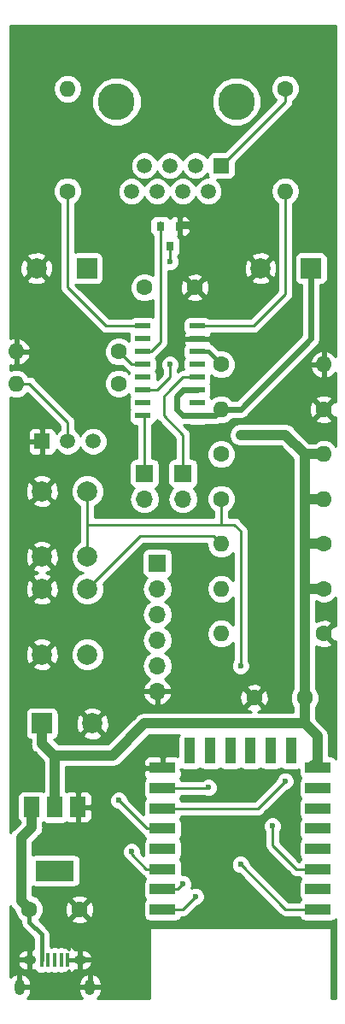
<source format=gtl>
G04 #@! TF.GenerationSoftware,KiCad,Pcbnew,(5.0.0-rc2-dev-40-gfef1ba999)*
G04 #@! TF.CreationDate,2018-03-01T23:08:39+01:00*
G04 #@! TF.ProjectId,HAN_ESP_TSS721,48414E5F4553505F5453533732312E6B,rev?*
G04 #@! TF.SameCoordinates,Original*
G04 #@! TF.FileFunction,Copper,L1,Top,Signal*
G04 #@! TF.FilePolarity,Positive*
%FSLAX46Y46*%
G04 Gerber Fmt 4.6, Leading zero omitted, Abs format (unit mm)*
G04 Created by KiCad (PCBNEW (5.0.0-rc2-dev-40-gfef1ba999)) date 03/01/18 23:08:39*
%MOMM*%
%LPD*%
G01*
G04 APERTURE LIST*
%ADD10R,0.800000X0.900000*%
%ADD11C,1.600000*%
%ADD12O,1.600000X1.600000*%
%ADD13C,3.650000*%
%ADD14R,1.500000X1.500000*%
%ADD15C,1.500000*%
%ADD16R,0.400000X1.350000*%
%ADD17O,1.250000X0.950000*%
%ADD18O,1.000000X1.550000*%
%ADD19R,1.500000X0.600000*%
%ADD20R,2.000000X2.000000*%
%ADD21C,2.000000*%
%ADD22R,3.800000X2.000000*%
%ADD23R,1.500000X2.000000*%
%ADD24R,1.700000X1.700000*%
%ADD25O,1.700000X1.700000*%
%ADD26R,2.500000X1.100000*%
%ADD27R,1.100000X2.500000*%
%ADD28R,1.520000X1.520000*%
%ADD29C,1.520000*%
%ADD30C,0.600000*%
%ADD31C,0.800000*%
%ADD32C,0.250000*%
%ADD33C,0.400000*%
%ADD34C,1.000000*%
%ADD35C,0.600000*%
%ADD36C,0.254000*%
G04 APERTURE END LIST*
D10*
X49210000Y-88535000D03*
X47310000Y-88535000D03*
X48260000Y-90535000D03*
D11*
X53340000Y-102235000D03*
D12*
X63500000Y-102235000D03*
D11*
X53340000Y-115570000D03*
D12*
X63500000Y-115570000D03*
D13*
X42960000Y-76200000D03*
X54830000Y-76200000D03*
D14*
X53340000Y-82550000D03*
D15*
X52070000Y-85090000D03*
X50800000Y-82550000D03*
X49530000Y-85090000D03*
X48260000Y-82550000D03*
X46990000Y-85090000D03*
X45720000Y-82550000D03*
X44450000Y-85090000D03*
D16*
X35530000Y-161210000D03*
X36180000Y-161210000D03*
X36830000Y-161210000D03*
X37480000Y-161210000D03*
X38130000Y-161210000D03*
D17*
X34330000Y-161210000D03*
X39330000Y-161210000D03*
D18*
X33330000Y-163910000D03*
X40330000Y-163910000D03*
D19*
X45560000Y-98425000D03*
X45560000Y-99695000D03*
X45560000Y-100965000D03*
X45560000Y-102235000D03*
X45560000Y-103505000D03*
X45560000Y-104775000D03*
X45560000Y-106045000D03*
X45560000Y-107315000D03*
X50960000Y-107315000D03*
X50960000Y-106045000D03*
X50960000Y-104775000D03*
X50960000Y-103505000D03*
X50960000Y-102235000D03*
X50960000Y-100965000D03*
X50960000Y-99695000D03*
X50960000Y-98425000D03*
D20*
X40005000Y-92710000D03*
D21*
X35005000Y-92710000D03*
D11*
X45720000Y-94615000D03*
X50720000Y-94615000D03*
X34290000Y-156210000D03*
X39290000Y-156210000D03*
D20*
X62230000Y-92710000D03*
D21*
X57230000Y-92710000D03*
D11*
X43180000Y-100965000D03*
D12*
X33020000Y-100965000D03*
D11*
X53340000Y-111125000D03*
D12*
X63500000Y-111125000D03*
D11*
X63500000Y-120015000D03*
D12*
X53340000Y-120015000D03*
D11*
X63500000Y-128905000D03*
D12*
X53340000Y-128905000D03*
D11*
X63500000Y-124460000D03*
D12*
X53340000Y-124460000D03*
D11*
X59690000Y-74930000D03*
D12*
X59690000Y-85090000D03*
D11*
X38100000Y-85090000D03*
D12*
X38100000Y-74930000D03*
D11*
X63500000Y-106680000D03*
D12*
X53340000Y-106680000D03*
D22*
X36830000Y-152375000D03*
D23*
X36830000Y-146075000D03*
X34530000Y-146075000D03*
X39130000Y-146075000D03*
D24*
X45720000Y-113030000D03*
D25*
X45720000Y-115570000D03*
D24*
X49530000Y-113030000D03*
D25*
X49530000Y-115570000D03*
D26*
X62930000Y-156210000D03*
X62930000Y-154210000D03*
X62930000Y-152210000D03*
X62930000Y-150210000D03*
X62930000Y-148210000D03*
X62930000Y-146210000D03*
X62930000Y-144210000D03*
X62930000Y-142210000D03*
X47530000Y-142210000D03*
X47530000Y-144210000D03*
X47530000Y-146210000D03*
X47530000Y-148210000D03*
X47530000Y-150210000D03*
X47530000Y-152210000D03*
X47530000Y-154210000D03*
X47530000Y-156210000D03*
D27*
X60240000Y-140510000D03*
X58240000Y-140510000D03*
X56240000Y-140510000D03*
X54240000Y-140510000D03*
X52240000Y-140510000D03*
X50240000Y-140510000D03*
D12*
X33020000Y-104140000D03*
D11*
X43180000Y-104140000D03*
D28*
X35560000Y-109855000D03*
D29*
X40640000Y-109855000D03*
X38100000Y-109855000D03*
D11*
X56595000Y-135255000D03*
X61595000Y-135255000D03*
D21*
X40560000Y-137795000D03*
D20*
X35560000Y-137795000D03*
D25*
X46990000Y-134620000D03*
X46990000Y-132080000D03*
X46990000Y-129540000D03*
X46990000Y-127000000D03*
X46990000Y-124460000D03*
D24*
X46990000Y-121920000D03*
D21*
X35560000Y-114785000D03*
X40060000Y-114785000D03*
X35560000Y-121285000D03*
X40060000Y-121285000D03*
X40060000Y-130960000D03*
X35560000Y-130960000D03*
X40060000Y-124460000D03*
X35560000Y-124460000D03*
D30*
X52070000Y-85090000D03*
X53340000Y-99695000D03*
X52070000Y-88265000D03*
X48260000Y-92075000D03*
X45720000Y-94615000D03*
X48260000Y-102235000D03*
D31*
X55245000Y-109220000D03*
D30*
X55245000Y-132080000D03*
X55245000Y-151765000D03*
X58420000Y-147955000D03*
X52070000Y-144145000D03*
X59690000Y-143510000D03*
X43180000Y-145415000D03*
X49530000Y-153670000D03*
X50800000Y-154940000D03*
X44450000Y-150495000D03*
D32*
X59690000Y-74930000D02*
X59690000Y-76200000D01*
X59690000Y-76200000D02*
X53340000Y-82550000D01*
D33*
X38130000Y-161210000D02*
X39330000Y-161210000D01*
D32*
X50960000Y-99695000D02*
X53340000Y-99695000D01*
X49210000Y-88185000D02*
X51990000Y-88185000D01*
X51990000Y-88185000D02*
X52070000Y-88265000D01*
X46355000Y-100965000D02*
X47310000Y-100010000D01*
X47310000Y-100010000D02*
X47310000Y-88535000D01*
X45560000Y-100965000D02*
X46355000Y-100965000D01*
X47230000Y-88265000D02*
X47310000Y-88185000D01*
X48260000Y-90535000D02*
X48260000Y-92075000D01*
X45560000Y-102235000D02*
X44450000Y-102235000D01*
X44450000Y-102235000D02*
X43180000Y-100965000D01*
X46990000Y-104775000D02*
X45560000Y-104775000D01*
X48260000Y-103505000D02*
X46990000Y-104775000D01*
X48260000Y-102235000D02*
X48260000Y-103505000D01*
D33*
X50960000Y-100965000D02*
X52070000Y-100965000D01*
X52070000Y-100965000D02*
X53340000Y-102235000D01*
X34290000Y-157480000D02*
X35530000Y-158720000D01*
X35530000Y-158720000D02*
X35530000Y-159940000D01*
X34290000Y-156210000D02*
X34290000Y-157480000D01*
D34*
X34530000Y-146075000D02*
X34530000Y-148075000D01*
X34530000Y-148075000D02*
X33490001Y-149114999D01*
X33490001Y-149114999D02*
X33490001Y-155410001D01*
X33490001Y-155410001D02*
X34290000Y-156210000D01*
D33*
X35530000Y-159940000D02*
X35530000Y-161210000D01*
D32*
X45720000Y-113030000D02*
X45720000Y-107155000D01*
X45720000Y-107155000D02*
X45560000Y-107315000D01*
D34*
X61595000Y-135255000D02*
X61595000Y-124460000D01*
X61595000Y-137795000D02*
X61595000Y-135255000D01*
X61595000Y-124460000D02*
X61595000Y-120015000D01*
X63500000Y-124460000D02*
X61595000Y-124460000D01*
X61595000Y-120015000D02*
X61595000Y-115570000D01*
X63500000Y-120015000D02*
X61595000Y-120015000D01*
X61595000Y-115570000D02*
X61595000Y-111125000D01*
X63500000Y-115570000D02*
X61595000Y-115570000D01*
X59690000Y-109220000D02*
X55245000Y-109220000D01*
X61595000Y-111125000D02*
X59690000Y-109220000D01*
X61595000Y-111125000D02*
X63500000Y-111125000D01*
X36735000Y-140970000D02*
X36830000Y-141065000D01*
X36830000Y-141065000D02*
X36830000Y-146075000D01*
X61595000Y-137795000D02*
X45720000Y-137795000D01*
X45720000Y-137795000D02*
X42545000Y-140970000D01*
X42545000Y-140970000D02*
X36735000Y-140970000D01*
X36735000Y-140970000D02*
X35560000Y-139795000D01*
X35560000Y-139795000D02*
X35560000Y-137795000D01*
X62865000Y-141575000D02*
X62230000Y-142210000D01*
X62865000Y-139065000D02*
X62865000Y-141575000D01*
X61595000Y-137795000D02*
X62865000Y-139065000D01*
D32*
X62230000Y-142210000D02*
X62260000Y-142210000D01*
X40060000Y-118110000D02*
X40060000Y-114785000D01*
X40060000Y-121285000D02*
X40060000Y-118110000D01*
X53340000Y-118110000D02*
X40640000Y-118110000D01*
X40640000Y-118110000D02*
X40060000Y-118110000D01*
X55245000Y-132080000D02*
X55245000Y-118745000D01*
X55245000Y-118745000D02*
X54610000Y-118110000D01*
X59690000Y-156210000D02*
X55245000Y-151765000D01*
X54610000Y-118110000D02*
X53340000Y-118110000D01*
X53340000Y-115570000D02*
X53340000Y-118110000D01*
X62230000Y-156210000D02*
X59690000Y-156210000D01*
X58420000Y-149860000D02*
X58420000Y-147955000D01*
X60770000Y-152210000D02*
X58420000Y-149860000D01*
X62230000Y-152210000D02*
X60770000Y-152210000D01*
X48230000Y-144210000D02*
X52005000Y-144210000D01*
X52005000Y-144210000D02*
X52070000Y-144145000D01*
X56990000Y-146210000D02*
X59690000Y-143510000D01*
X48230000Y-146210000D02*
X56990000Y-146210000D01*
X45304999Y-119215001D02*
X40060000Y-124460000D01*
X52540001Y-119215001D02*
X45304999Y-119215001D01*
X53340000Y-120015000D02*
X52540001Y-119215001D01*
X43180000Y-145415000D02*
X45975000Y-148210000D01*
X45975000Y-148210000D02*
X48230000Y-148210000D01*
X48990000Y-154210000D02*
X48230000Y-154210000D01*
X49530000Y-153670000D02*
X48990000Y-154210000D01*
X48230000Y-156210000D02*
X49530000Y-156210000D01*
X49530000Y-156210000D02*
X50800000Y-154940000D01*
D35*
X53340000Y-106680000D02*
X52705000Y-107315000D01*
X52705000Y-107315000D02*
X50960000Y-107315000D01*
X62230000Y-99695000D02*
X55245000Y-106680000D01*
X62230000Y-92710000D02*
X62230000Y-99695000D01*
X55245000Y-106680000D02*
X53340000Y-106680000D01*
X50960000Y-104775000D02*
X49530000Y-104775000D01*
X49530000Y-107315000D02*
X50960000Y-107315000D01*
X48895000Y-106680000D02*
X49530000Y-107315000D01*
X48895000Y-105410000D02*
X48895000Y-106680000D01*
X49530000Y-104775000D02*
X48895000Y-105410000D01*
D32*
X50960000Y-104775000D02*
X51435000Y-104775000D01*
X48260000Y-104775000D02*
X47625000Y-105410000D01*
X49530000Y-109220000D02*
X49530000Y-110490000D01*
X47625000Y-107315000D02*
X49530000Y-109220000D01*
X47625000Y-105410000D02*
X47625000Y-107315000D01*
X50960000Y-103505000D02*
X49530000Y-103505000D01*
X49530000Y-110490000D02*
X49530000Y-113030000D01*
X49530000Y-103505000D02*
X48260000Y-104775000D01*
X50960000Y-98425000D02*
X56515000Y-98425000D01*
X59690000Y-95250000D02*
X59690000Y-85090000D01*
X56515000Y-98425000D02*
X59690000Y-95250000D01*
X45560000Y-98425000D02*
X41910000Y-98425000D01*
X38100000Y-94615000D02*
X38100000Y-85090000D01*
X41910000Y-98425000D02*
X38100000Y-94615000D01*
X44450000Y-150750000D02*
X44450000Y-150495000D01*
X45910000Y-152210000D02*
X44450000Y-150750000D01*
X48230000Y-152210000D02*
X45910000Y-152210000D01*
X38100000Y-107950000D02*
X38100000Y-109855000D01*
X34290000Y-104140000D02*
X38100000Y-107950000D01*
X33020000Y-104140000D02*
X34290000Y-104140000D01*
D36*
G36*
X49091843Y-139012235D02*
X49042560Y-139260000D01*
X49042560Y-141081437D01*
X48906309Y-141025000D01*
X47815750Y-141025000D01*
X47657000Y-141183750D01*
X47657000Y-142083000D01*
X47677000Y-142083000D01*
X47677000Y-142337000D01*
X47657000Y-142337000D01*
X47657000Y-142357000D01*
X47403000Y-142357000D01*
X47403000Y-142337000D01*
X45803750Y-142337000D01*
X45645000Y-142495750D01*
X45645000Y-142886310D01*
X45741673Y-143119699D01*
X45823375Y-143201400D01*
X45822191Y-143202191D01*
X45681843Y-143412235D01*
X45632560Y-143660000D01*
X45632560Y-144760000D01*
X45681843Y-145007765D01*
X45816973Y-145210000D01*
X45681843Y-145412235D01*
X45632560Y-145660000D01*
X45632560Y-146760000D01*
X45640694Y-146800892D01*
X44115000Y-145275199D01*
X44115000Y-145229017D01*
X43972655Y-144885365D01*
X43709635Y-144622345D01*
X43365983Y-144480000D01*
X42994017Y-144480000D01*
X42650365Y-144622345D01*
X42387345Y-144885365D01*
X42245000Y-145229017D01*
X42245000Y-145600983D01*
X42387345Y-145944635D01*
X42650365Y-146207655D01*
X42994017Y-146350000D01*
X43040199Y-146350000D01*
X45384671Y-148694473D01*
X45427071Y-148757929D01*
X45663582Y-148915961D01*
X45681843Y-149007765D01*
X45816973Y-149210000D01*
X45681843Y-149412235D01*
X45632560Y-149660000D01*
X45632560Y-150760000D01*
X45656833Y-150882032D01*
X45385000Y-150610199D01*
X45385000Y-150309017D01*
X45242655Y-149965365D01*
X44979635Y-149702345D01*
X44635983Y-149560000D01*
X44264017Y-149560000D01*
X43920365Y-149702345D01*
X43657345Y-149965365D01*
X43515000Y-150309017D01*
X43515000Y-150680983D01*
X43657345Y-151024635D01*
X43844545Y-151211835D01*
X43902071Y-151297929D01*
X43965530Y-151340331D01*
X45319671Y-152694473D01*
X45362071Y-152757929D01*
X45425527Y-152800329D01*
X45613462Y-152925904D01*
X45661605Y-152935480D01*
X45667706Y-152936694D01*
X45681843Y-153007765D01*
X45816973Y-153210000D01*
X45681843Y-153412235D01*
X45632560Y-153660000D01*
X45632560Y-154760000D01*
X45681843Y-155007765D01*
X45816973Y-155210000D01*
X45681843Y-155412235D01*
X45632560Y-155660000D01*
X45632560Y-156760000D01*
X45681843Y-157007765D01*
X45822191Y-157217809D01*
X46032235Y-157358157D01*
X46280000Y-157407440D01*
X48780000Y-157407440D01*
X49027765Y-157358157D01*
X49237809Y-157217809D01*
X49378157Y-157007765D01*
X49385669Y-156970000D01*
X49455153Y-156970000D01*
X49530000Y-156984888D01*
X49604847Y-156970000D01*
X49604852Y-156970000D01*
X49826537Y-156925904D01*
X50077929Y-156757929D01*
X50120331Y-156694470D01*
X50939802Y-155875000D01*
X50985983Y-155875000D01*
X51329635Y-155732655D01*
X51592655Y-155469635D01*
X51735000Y-155125983D01*
X51735000Y-154754017D01*
X51592655Y-154410365D01*
X51329635Y-154147345D01*
X50985983Y-154005000D01*
X50614017Y-154005000D01*
X50359629Y-154110371D01*
X50465000Y-153855983D01*
X50465000Y-153484017D01*
X50322655Y-153140365D01*
X50059635Y-152877345D01*
X49715983Y-152735000D01*
X49427440Y-152735000D01*
X49427440Y-151660000D01*
X49378157Y-151412235D01*
X49243027Y-151210000D01*
X49378157Y-151007765D01*
X49427440Y-150760000D01*
X49427440Y-149660000D01*
X49378157Y-149412235D01*
X49243027Y-149210000D01*
X49378157Y-149007765D01*
X49427440Y-148760000D01*
X49427440Y-147660000D01*
X49378157Y-147412235D01*
X49243027Y-147210000D01*
X49378157Y-147007765D01*
X49385669Y-146970000D01*
X56915153Y-146970000D01*
X56990000Y-146984888D01*
X57064847Y-146970000D01*
X57064852Y-146970000D01*
X57286537Y-146925904D01*
X57537929Y-146757929D01*
X57580331Y-146694470D01*
X59829802Y-144445000D01*
X59875983Y-144445000D01*
X60219635Y-144302655D01*
X60482655Y-144039635D01*
X60625000Y-143695983D01*
X60625000Y-143324017D01*
X60482655Y-142980365D01*
X60219635Y-142717345D01*
X59875983Y-142575000D01*
X59504017Y-142575000D01*
X59160365Y-142717345D01*
X58897345Y-142980365D01*
X58755000Y-143324017D01*
X58755000Y-143370198D01*
X56675199Y-145450000D01*
X49385669Y-145450000D01*
X49378157Y-145412235D01*
X49243027Y-145210000D01*
X49378157Y-145007765D01*
X49385669Y-144970000D01*
X51618453Y-144970000D01*
X51884017Y-145080000D01*
X52255983Y-145080000D01*
X52599635Y-144937655D01*
X52862655Y-144674635D01*
X53005000Y-144330983D01*
X53005000Y-143959017D01*
X52862655Y-143615365D01*
X52599635Y-143352345D01*
X52255983Y-143210000D01*
X51884017Y-143210000D01*
X51540365Y-143352345D01*
X51442710Y-143450000D01*
X49385669Y-143450000D01*
X49378157Y-143412235D01*
X49237809Y-143202191D01*
X49236625Y-143201400D01*
X49318327Y-143119699D01*
X49415000Y-142886310D01*
X49415000Y-142495750D01*
X49256252Y-142337002D01*
X49410575Y-142337002D01*
X49442235Y-142358157D01*
X49690000Y-142407440D01*
X50790000Y-142407440D01*
X51037765Y-142358157D01*
X51240000Y-142223027D01*
X51442235Y-142358157D01*
X51690000Y-142407440D01*
X52790000Y-142407440D01*
X53037765Y-142358157D01*
X53240000Y-142223027D01*
X53442235Y-142358157D01*
X53690000Y-142407440D01*
X54790000Y-142407440D01*
X55037765Y-142358157D01*
X55240000Y-142223027D01*
X55442235Y-142358157D01*
X55690000Y-142407440D01*
X56790000Y-142407440D01*
X57037765Y-142358157D01*
X57240000Y-142223027D01*
X57442235Y-142358157D01*
X57690000Y-142407440D01*
X58790000Y-142407440D01*
X59037765Y-142358157D01*
X59240000Y-142223027D01*
X59442235Y-142358157D01*
X59690000Y-142407440D01*
X60790000Y-142407440D01*
X61032560Y-142359192D01*
X61032560Y-142760000D01*
X61081843Y-143007765D01*
X61216973Y-143210000D01*
X61081843Y-143412235D01*
X61032560Y-143660000D01*
X61032560Y-144760000D01*
X61081843Y-145007765D01*
X61216973Y-145210000D01*
X61081843Y-145412235D01*
X61032560Y-145660000D01*
X61032560Y-146760000D01*
X61081843Y-147007765D01*
X61216973Y-147210000D01*
X61081843Y-147412235D01*
X61032560Y-147660000D01*
X61032560Y-148760000D01*
X61081843Y-149007765D01*
X61216973Y-149210000D01*
X61081843Y-149412235D01*
X61032560Y-149660000D01*
X61032560Y-150760000D01*
X61081843Y-151007765D01*
X61216973Y-151210000D01*
X61081843Y-151412235D01*
X61076068Y-151441266D01*
X59180000Y-149545199D01*
X59180000Y-148517290D01*
X59212655Y-148484635D01*
X59355000Y-148140983D01*
X59355000Y-147769017D01*
X59212655Y-147425365D01*
X58949635Y-147162345D01*
X58605983Y-147020000D01*
X58234017Y-147020000D01*
X57890365Y-147162345D01*
X57627345Y-147425365D01*
X57485000Y-147769017D01*
X57485000Y-148140983D01*
X57627345Y-148484635D01*
X57660001Y-148517291D01*
X57660000Y-149785153D01*
X57645112Y-149860000D01*
X57660000Y-149934847D01*
X57660000Y-149934851D01*
X57704096Y-150156536D01*
X57872071Y-150407929D01*
X57935530Y-150450331D01*
X60179671Y-152694473D01*
X60222071Y-152757929D01*
X60473463Y-152925904D01*
X60695148Y-152970000D01*
X60695153Y-152970000D01*
X60770000Y-152984888D01*
X60844847Y-152970000D01*
X61074331Y-152970000D01*
X61081843Y-153007765D01*
X61216973Y-153210000D01*
X61081843Y-153412235D01*
X61032560Y-153660000D01*
X61032560Y-154760000D01*
X61081843Y-155007765D01*
X61216973Y-155210000D01*
X61081843Y-155412235D01*
X61074331Y-155450000D01*
X60004802Y-155450000D01*
X56180000Y-151625199D01*
X56180000Y-151579017D01*
X56037655Y-151235365D01*
X55774635Y-150972345D01*
X55430983Y-150830000D01*
X55059017Y-150830000D01*
X54715365Y-150972345D01*
X54452345Y-151235365D01*
X54310000Y-151579017D01*
X54310000Y-151950983D01*
X54452345Y-152294635D01*
X54715365Y-152557655D01*
X55059017Y-152700000D01*
X55105199Y-152700000D01*
X59099671Y-156694473D01*
X59142071Y-156757929D01*
X59393463Y-156925904D01*
X59615148Y-156970000D01*
X59615152Y-156970000D01*
X59689999Y-156984888D01*
X59764846Y-156970000D01*
X61074331Y-156970000D01*
X61081843Y-157007765D01*
X61222191Y-157217809D01*
X61432235Y-157358157D01*
X61680000Y-157407440D01*
X64180000Y-157407440D01*
X64427765Y-157358157D01*
X64637809Y-157217809D01*
X64695001Y-157132216D01*
X64695001Y-165025000D01*
X64262000Y-165025000D01*
X64262000Y-158115000D01*
X64252333Y-158066399D01*
X64224803Y-158025197D01*
X64183601Y-157997667D01*
X64135000Y-157988000D01*
X46355000Y-157988000D01*
X46306399Y-157997667D01*
X46265197Y-158025197D01*
X46237667Y-158066399D01*
X46228000Y-158115000D01*
X46228000Y-165025000D01*
X41086915Y-165025000D01*
X41330002Y-164736678D01*
X41465000Y-164312000D01*
X41465000Y-164037000D01*
X40457000Y-164037000D01*
X40457000Y-164057000D01*
X40203000Y-164057000D01*
X40203000Y-164037000D01*
X39195000Y-164037000D01*
X39195000Y-164312000D01*
X39329998Y-164736678D01*
X39573085Y-165025000D01*
X34086915Y-165025000D01*
X34330002Y-164736678D01*
X34465000Y-164312000D01*
X34465000Y-164037000D01*
X33457000Y-164037000D01*
X33457000Y-164057000D01*
X33203000Y-164057000D01*
X33203000Y-164037000D01*
X33183000Y-164037000D01*
X33183000Y-163783000D01*
X33203000Y-163783000D01*
X33203000Y-162667046D01*
X33457000Y-162667046D01*
X33457000Y-163783000D01*
X34465000Y-163783000D01*
X34465000Y-163508000D01*
X39195000Y-163508000D01*
X39195000Y-163783000D01*
X40203000Y-163783000D01*
X40203000Y-162667046D01*
X40457000Y-162667046D01*
X40457000Y-163783000D01*
X41465000Y-163783000D01*
X41465000Y-163508000D01*
X41330002Y-163083322D01*
X41042763Y-162742632D01*
X40631874Y-162540881D01*
X40457000Y-162667046D01*
X40203000Y-162667046D01*
X40028126Y-162540881D01*
X39617237Y-162742632D01*
X39329998Y-163083322D01*
X39195000Y-163508000D01*
X34465000Y-163508000D01*
X34330002Y-163083322D01*
X34042763Y-162742632D01*
X33631874Y-162540881D01*
X33457000Y-162667046D01*
X33203000Y-162667046D01*
X33028126Y-162540881D01*
X32617237Y-162742632D01*
X32460000Y-162929129D01*
X32460000Y-161507938D01*
X33110732Y-161507938D01*
X33294448Y-161881821D01*
X33618951Y-162169568D01*
X34028869Y-162311229D01*
X34203000Y-162162563D01*
X34203000Y-161337000D01*
X33237266Y-161337000D01*
X33110732Y-161507938D01*
X32460000Y-161507938D01*
X32460000Y-160912062D01*
X33110732Y-160912062D01*
X33237266Y-161083000D01*
X34203000Y-161083000D01*
X34203000Y-160257437D01*
X34028869Y-160108771D01*
X33618951Y-160250432D01*
X33294448Y-160538179D01*
X33110732Y-160912062D01*
X32460000Y-160912062D01*
X32460000Y-155911439D01*
X32671713Y-156228290D01*
X32766480Y-156291612D01*
X32855000Y-156380131D01*
X32855000Y-156495439D01*
X33073466Y-157022862D01*
X33453900Y-157403296D01*
X33438643Y-157480000D01*
X33503448Y-157805800D01*
X33503449Y-157805801D01*
X33688000Y-158082001D01*
X33757718Y-158128585D01*
X34695000Y-159065868D01*
X34695001Y-159857760D01*
X34695000Y-159857764D01*
X34695000Y-160130843D01*
X34631131Y-160108771D01*
X34457000Y-160257437D01*
X34457000Y-161083000D01*
X34477000Y-161083000D01*
X34477000Y-161337000D01*
X34457000Y-161337000D01*
X34457000Y-162162563D01*
X34631131Y-162311229D01*
X34809827Y-162249475D01*
X34872191Y-162342809D01*
X35082235Y-162483157D01*
X35330000Y-162532440D01*
X35730000Y-162532440D01*
X35855000Y-162507576D01*
X35980000Y-162532440D01*
X36380000Y-162532440D01*
X36505000Y-162507576D01*
X36630000Y-162532440D01*
X37030000Y-162532440D01*
X37155000Y-162507576D01*
X37280000Y-162532440D01*
X37680000Y-162532440D01*
X37783852Y-162511783D01*
X37803690Y-162520000D01*
X37871250Y-162520000D01*
X37903208Y-162488042D01*
X37927765Y-162483157D01*
X38137809Y-162342809D01*
X38230000Y-162204836D01*
X38230000Y-162361250D01*
X38388750Y-162520000D01*
X38456310Y-162520000D01*
X38689699Y-162423327D01*
X38860115Y-162252910D01*
X39028869Y-162311229D01*
X39203000Y-162162563D01*
X39203000Y-161337000D01*
X39457000Y-161337000D01*
X39457000Y-162162563D01*
X39631131Y-162311229D01*
X40041049Y-162169568D01*
X40365552Y-161881821D01*
X40549268Y-161507938D01*
X40422734Y-161337000D01*
X39457000Y-161337000D01*
X39203000Y-161337000D01*
X39183000Y-161337000D01*
X39183000Y-161083000D01*
X39203000Y-161083000D01*
X39203000Y-160257437D01*
X39457000Y-160257437D01*
X39457000Y-161083000D01*
X40422734Y-161083000D01*
X40549268Y-160912062D01*
X40365552Y-160538179D01*
X40041049Y-160250432D01*
X39631131Y-160108771D01*
X39457000Y-160257437D01*
X39203000Y-160257437D01*
X39028869Y-160108771D01*
X38860115Y-160167090D01*
X38689699Y-159996673D01*
X38456310Y-159900000D01*
X38388750Y-159900000D01*
X38230000Y-160058750D01*
X38230000Y-160215164D01*
X38137809Y-160077191D01*
X37927765Y-159936843D01*
X37903208Y-159931958D01*
X37871250Y-159900000D01*
X37803690Y-159900000D01*
X37783852Y-159908217D01*
X37680000Y-159887560D01*
X37280000Y-159887560D01*
X37155000Y-159912424D01*
X37030000Y-159887560D01*
X36630000Y-159887560D01*
X36505000Y-159912424D01*
X36380000Y-159887560D01*
X36365000Y-159887560D01*
X36365000Y-158802237D01*
X36381358Y-158720000D01*
X36316552Y-158394199D01*
X36178584Y-158187716D01*
X36132001Y-158117999D01*
X36062283Y-158071415D01*
X35260132Y-157269264D01*
X35311651Y-157217745D01*
X38461861Y-157217745D01*
X38535995Y-157463864D01*
X39073223Y-157656965D01*
X39643454Y-157629778D01*
X40044005Y-157463864D01*
X40118139Y-157217745D01*
X39290000Y-156389605D01*
X38461861Y-157217745D01*
X35311651Y-157217745D01*
X35506534Y-157022862D01*
X35725000Y-156495439D01*
X35725000Y-155993223D01*
X37843035Y-155993223D01*
X37870222Y-156563454D01*
X38036136Y-156964005D01*
X38282255Y-157038139D01*
X39110395Y-156210000D01*
X39469605Y-156210000D01*
X40297745Y-157038139D01*
X40543864Y-156964005D01*
X40736965Y-156426777D01*
X40709778Y-155856546D01*
X40543864Y-155455995D01*
X40297745Y-155381861D01*
X39469605Y-156210000D01*
X39110395Y-156210000D01*
X38282255Y-155381861D01*
X38036136Y-155455995D01*
X37843035Y-155993223D01*
X35725000Y-155993223D01*
X35725000Y-155924561D01*
X35506534Y-155397138D01*
X35311651Y-155202255D01*
X38461861Y-155202255D01*
X39290000Y-156030395D01*
X40118139Y-155202255D01*
X40044005Y-154956136D01*
X39506777Y-154763035D01*
X38936546Y-154790222D01*
X38535995Y-154956136D01*
X38461861Y-155202255D01*
X35311651Y-155202255D01*
X35102862Y-154993466D01*
X34625001Y-154795529D01*
X34625001Y-153934914D01*
X34682235Y-153973157D01*
X34930000Y-154022440D01*
X38730000Y-154022440D01*
X38977765Y-153973157D01*
X39187809Y-153832809D01*
X39328157Y-153622765D01*
X39377440Y-153375000D01*
X39377440Y-151375000D01*
X39328157Y-151127235D01*
X39187809Y-150917191D01*
X38977765Y-150776843D01*
X38730000Y-150727560D01*
X34930000Y-150727560D01*
X34682235Y-150776843D01*
X34625001Y-150815086D01*
X34625001Y-149585130D01*
X35253521Y-148956611D01*
X35348289Y-148893289D01*
X35599146Y-148517855D01*
X35665000Y-148186783D01*
X35687235Y-148075000D01*
X35665000Y-147963217D01*
X35665000Y-147581459D01*
X35680000Y-147571436D01*
X35832235Y-147673157D01*
X36080000Y-147722440D01*
X37580000Y-147722440D01*
X37827765Y-147673157D01*
X37979047Y-147572073D01*
X38020301Y-147613327D01*
X38253690Y-147710000D01*
X38844250Y-147710000D01*
X39003000Y-147551250D01*
X39003000Y-146202000D01*
X39257000Y-146202000D01*
X39257000Y-147551250D01*
X39415750Y-147710000D01*
X40006310Y-147710000D01*
X40239699Y-147613327D01*
X40418327Y-147434698D01*
X40515000Y-147201309D01*
X40515000Y-146360750D01*
X40356250Y-146202000D01*
X39257000Y-146202000D01*
X39003000Y-146202000D01*
X38983000Y-146202000D01*
X38983000Y-145948000D01*
X39003000Y-145948000D01*
X39003000Y-144598750D01*
X39257000Y-144598750D01*
X39257000Y-145948000D01*
X40356250Y-145948000D01*
X40515000Y-145789250D01*
X40515000Y-144948691D01*
X40418327Y-144715302D01*
X40239699Y-144536673D01*
X40006310Y-144440000D01*
X39415750Y-144440000D01*
X39257000Y-144598750D01*
X39003000Y-144598750D01*
X38844250Y-144440000D01*
X38253690Y-144440000D01*
X38020301Y-144536673D01*
X37979047Y-144577927D01*
X37965000Y-144568541D01*
X37965000Y-142105000D01*
X42433217Y-142105000D01*
X42545000Y-142127235D01*
X42656783Y-142105000D01*
X42987855Y-142039146D01*
X43363289Y-141788289D01*
X43426613Y-141693518D01*
X43586441Y-141533690D01*
X45645000Y-141533690D01*
X45645000Y-141924250D01*
X45803750Y-142083000D01*
X47403000Y-142083000D01*
X47403000Y-141183750D01*
X47244250Y-141025000D01*
X46153691Y-141025000D01*
X45920302Y-141121673D01*
X45741673Y-141300301D01*
X45645000Y-141533690D01*
X43586441Y-141533690D01*
X46190132Y-138930000D01*
X49146791Y-138930000D01*
X49091843Y-139012235D01*
X49091843Y-139012235D01*
G37*
X49091843Y-139012235D02*
X49042560Y-139260000D01*
X49042560Y-141081437D01*
X48906309Y-141025000D01*
X47815750Y-141025000D01*
X47657000Y-141183750D01*
X47657000Y-142083000D01*
X47677000Y-142083000D01*
X47677000Y-142337000D01*
X47657000Y-142337000D01*
X47657000Y-142357000D01*
X47403000Y-142357000D01*
X47403000Y-142337000D01*
X45803750Y-142337000D01*
X45645000Y-142495750D01*
X45645000Y-142886310D01*
X45741673Y-143119699D01*
X45823375Y-143201400D01*
X45822191Y-143202191D01*
X45681843Y-143412235D01*
X45632560Y-143660000D01*
X45632560Y-144760000D01*
X45681843Y-145007765D01*
X45816973Y-145210000D01*
X45681843Y-145412235D01*
X45632560Y-145660000D01*
X45632560Y-146760000D01*
X45640694Y-146800892D01*
X44115000Y-145275199D01*
X44115000Y-145229017D01*
X43972655Y-144885365D01*
X43709635Y-144622345D01*
X43365983Y-144480000D01*
X42994017Y-144480000D01*
X42650365Y-144622345D01*
X42387345Y-144885365D01*
X42245000Y-145229017D01*
X42245000Y-145600983D01*
X42387345Y-145944635D01*
X42650365Y-146207655D01*
X42994017Y-146350000D01*
X43040199Y-146350000D01*
X45384671Y-148694473D01*
X45427071Y-148757929D01*
X45663582Y-148915961D01*
X45681843Y-149007765D01*
X45816973Y-149210000D01*
X45681843Y-149412235D01*
X45632560Y-149660000D01*
X45632560Y-150760000D01*
X45656833Y-150882032D01*
X45385000Y-150610199D01*
X45385000Y-150309017D01*
X45242655Y-149965365D01*
X44979635Y-149702345D01*
X44635983Y-149560000D01*
X44264017Y-149560000D01*
X43920365Y-149702345D01*
X43657345Y-149965365D01*
X43515000Y-150309017D01*
X43515000Y-150680983D01*
X43657345Y-151024635D01*
X43844545Y-151211835D01*
X43902071Y-151297929D01*
X43965530Y-151340331D01*
X45319671Y-152694473D01*
X45362071Y-152757929D01*
X45425527Y-152800329D01*
X45613462Y-152925904D01*
X45661605Y-152935480D01*
X45667706Y-152936694D01*
X45681843Y-153007765D01*
X45816973Y-153210000D01*
X45681843Y-153412235D01*
X45632560Y-153660000D01*
X45632560Y-154760000D01*
X45681843Y-155007765D01*
X45816973Y-155210000D01*
X45681843Y-155412235D01*
X45632560Y-155660000D01*
X45632560Y-156760000D01*
X45681843Y-157007765D01*
X45822191Y-157217809D01*
X46032235Y-157358157D01*
X46280000Y-157407440D01*
X48780000Y-157407440D01*
X49027765Y-157358157D01*
X49237809Y-157217809D01*
X49378157Y-157007765D01*
X49385669Y-156970000D01*
X49455153Y-156970000D01*
X49530000Y-156984888D01*
X49604847Y-156970000D01*
X49604852Y-156970000D01*
X49826537Y-156925904D01*
X50077929Y-156757929D01*
X50120331Y-156694470D01*
X50939802Y-155875000D01*
X50985983Y-155875000D01*
X51329635Y-155732655D01*
X51592655Y-155469635D01*
X51735000Y-155125983D01*
X51735000Y-154754017D01*
X51592655Y-154410365D01*
X51329635Y-154147345D01*
X50985983Y-154005000D01*
X50614017Y-154005000D01*
X50359629Y-154110371D01*
X50465000Y-153855983D01*
X50465000Y-153484017D01*
X50322655Y-153140365D01*
X50059635Y-152877345D01*
X49715983Y-152735000D01*
X49427440Y-152735000D01*
X49427440Y-151660000D01*
X49378157Y-151412235D01*
X49243027Y-151210000D01*
X49378157Y-151007765D01*
X49427440Y-150760000D01*
X49427440Y-149660000D01*
X49378157Y-149412235D01*
X49243027Y-149210000D01*
X49378157Y-149007765D01*
X49427440Y-148760000D01*
X49427440Y-147660000D01*
X49378157Y-147412235D01*
X49243027Y-147210000D01*
X49378157Y-147007765D01*
X49385669Y-146970000D01*
X56915153Y-146970000D01*
X56990000Y-146984888D01*
X57064847Y-146970000D01*
X57064852Y-146970000D01*
X57286537Y-146925904D01*
X57537929Y-146757929D01*
X57580331Y-146694470D01*
X59829802Y-144445000D01*
X59875983Y-144445000D01*
X60219635Y-144302655D01*
X60482655Y-144039635D01*
X60625000Y-143695983D01*
X60625000Y-143324017D01*
X60482655Y-142980365D01*
X60219635Y-142717345D01*
X59875983Y-142575000D01*
X59504017Y-142575000D01*
X59160365Y-142717345D01*
X58897345Y-142980365D01*
X58755000Y-143324017D01*
X58755000Y-143370198D01*
X56675199Y-145450000D01*
X49385669Y-145450000D01*
X49378157Y-145412235D01*
X49243027Y-145210000D01*
X49378157Y-145007765D01*
X49385669Y-144970000D01*
X51618453Y-144970000D01*
X51884017Y-145080000D01*
X52255983Y-145080000D01*
X52599635Y-144937655D01*
X52862655Y-144674635D01*
X53005000Y-144330983D01*
X53005000Y-143959017D01*
X52862655Y-143615365D01*
X52599635Y-143352345D01*
X52255983Y-143210000D01*
X51884017Y-143210000D01*
X51540365Y-143352345D01*
X51442710Y-143450000D01*
X49385669Y-143450000D01*
X49378157Y-143412235D01*
X49237809Y-143202191D01*
X49236625Y-143201400D01*
X49318327Y-143119699D01*
X49415000Y-142886310D01*
X49415000Y-142495750D01*
X49256252Y-142337002D01*
X49410575Y-142337002D01*
X49442235Y-142358157D01*
X49690000Y-142407440D01*
X50790000Y-142407440D01*
X51037765Y-142358157D01*
X51240000Y-142223027D01*
X51442235Y-142358157D01*
X51690000Y-142407440D01*
X52790000Y-142407440D01*
X53037765Y-142358157D01*
X53240000Y-142223027D01*
X53442235Y-142358157D01*
X53690000Y-142407440D01*
X54790000Y-142407440D01*
X55037765Y-142358157D01*
X55240000Y-142223027D01*
X55442235Y-142358157D01*
X55690000Y-142407440D01*
X56790000Y-142407440D01*
X57037765Y-142358157D01*
X57240000Y-142223027D01*
X57442235Y-142358157D01*
X57690000Y-142407440D01*
X58790000Y-142407440D01*
X59037765Y-142358157D01*
X59240000Y-142223027D01*
X59442235Y-142358157D01*
X59690000Y-142407440D01*
X60790000Y-142407440D01*
X61032560Y-142359192D01*
X61032560Y-142760000D01*
X61081843Y-143007765D01*
X61216973Y-143210000D01*
X61081843Y-143412235D01*
X61032560Y-143660000D01*
X61032560Y-144760000D01*
X61081843Y-145007765D01*
X61216973Y-145210000D01*
X61081843Y-145412235D01*
X61032560Y-145660000D01*
X61032560Y-146760000D01*
X61081843Y-147007765D01*
X61216973Y-147210000D01*
X61081843Y-147412235D01*
X61032560Y-147660000D01*
X61032560Y-148760000D01*
X61081843Y-149007765D01*
X61216973Y-149210000D01*
X61081843Y-149412235D01*
X61032560Y-149660000D01*
X61032560Y-150760000D01*
X61081843Y-151007765D01*
X61216973Y-151210000D01*
X61081843Y-151412235D01*
X61076068Y-151441266D01*
X59180000Y-149545199D01*
X59180000Y-148517290D01*
X59212655Y-148484635D01*
X59355000Y-148140983D01*
X59355000Y-147769017D01*
X59212655Y-147425365D01*
X58949635Y-147162345D01*
X58605983Y-147020000D01*
X58234017Y-147020000D01*
X57890365Y-147162345D01*
X57627345Y-147425365D01*
X57485000Y-147769017D01*
X57485000Y-148140983D01*
X57627345Y-148484635D01*
X57660001Y-148517291D01*
X57660000Y-149785153D01*
X57645112Y-149860000D01*
X57660000Y-149934847D01*
X57660000Y-149934851D01*
X57704096Y-150156536D01*
X57872071Y-150407929D01*
X57935530Y-150450331D01*
X60179671Y-152694473D01*
X60222071Y-152757929D01*
X60473463Y-152925904D01*
X60695148Y-152970000D01*
X60695153Y-152970000D01*
X60770000Y-152984888D01*
X60844847Y-152970000D01*
X61074331Y-152970000D01*
X61081843Y-153007765D01*
X61216973Y-153210000D01*
X61081843Y-153412235D01*
X61032560Y-153660000D01*
X61032560Y-154760000D01*
X61081843Y-155007765D01*
X61216973Y-155210000D01*
X61081843Y-155412235D01*
X61074331Y-155450000D01*
X60004802Y-155450000D01*
X56180000Y-151625199D01*
X56180000Y-151579017D01*
X56037655Y-151235365D01*
X55774635Y-150972345D01*
X55430983Y-150830000D01*
X55059017Y-150830000D01*
X54715365Y-150972345D01*
X54452345Y-151235365D01*
X54310000Y-151579017D01*
X54310000Y-151950983D01*
X54452345Y-152294635D01*
X54715365Y-152557655D01*
X55059017Y-152700000D01*
X55105199Y-152700000D01*
X59099671Y-156694473D01*
X59142071Y-156757929D01*
X59393463Y-156925904D01*
X59615148Y-156970000D01*
X59615152Y-156970000D01*
X59689999Y-156984888D01*
X59764846Y-156970000D01*
X61074331Y-156970000D01*
X61081843Y-157007765D01*
X61222191Y-157217809D01*
X61432235Y-157358157D01*
X61680000Y-157407440D01*
X64180000Y-157407440D01*
X64427765Y-157358157D01*
X64637809Y-157217809D01*
X64695001Y-157132216D01*
X64695001Y-165025000D01*
X64262000Y-165025000D01*
X64262000Y-158115000D01*
X64252333Y-158066399D01*
X64224803Y-158025197D01*
X64183601Y-157997667D01*
X64135000Y-157988000D01*
X46355000Y-157988000D01*
X46306399Y-157997667D01*
X46265197Y-158025197D01*
X46237667Y-158066399D01*
X46228000Y-158115000D01*
X46228000Y-165025000D01*
X41086915Y-165025000D01*
X41330002Y-164736678D01*
X41465000Y-164312000D01*
X41465000Y-164037000D01*
X40457000Y-164037000D01*
X40457000Y-164057000D01*
X40203000Y-164057000D01*
X40203000Y-164037000D01*
X39195000Y-164037000D01*
X39195000Y-164312000D01*
X39329998Y-164736678D01*
X39573085Y-165025000D01*
X34086915Y-165025000D01*
X34330002Y-164736678D01*
X34465000Y-164312000D01*
X34465000Y-164037000D01*
X33457000Y-164037000D01*
X33457000Y-164057000D01*
X33203000Y-164057000D01*
X33203000Y-164037000D01*
X33183000Y-164037000D01*
X33183000Y-163783000D01*
X33203000Y-163783000D01*
X33203000Y-162667046D01*
X33457000Y-162667046D01*
X33457000Y-163783000D01*
X34465000Y-163783000D01*
X34465000Y-163508000D01*
X39195000Y-163508000D01*
X39195000Y-163783000D01*
X40203000Y-163783000D01*
X40203000Y-162667046D01*
X40457000Y-162667046D01*
X40457000Y-163783000D01*
X41465000Y-163783000D01*
X41465000Y-163508000D01*
X41330002Y-163083322D01*
X41042763Y-162742632D01*
X40631874Y-162540881D01*
X40457000Y-162667046D01*
X40203000Y-162667046D01*
X40028126Y-162540881D01*
X39617237Y-162742632D01*
X39329998Y-163083322D01*
X39195000Y-163508000D01*
X34465000Y-163508000D01*
X34330002Y-163083322D01*
X34042763Y-162742632D01*
X33631874Y-162540881D01*
X33457000Y-162667046D01*
X33203000Y-162667046D01*
X33028126Y-162540881D01*
X32617237Y-162742632D01*
X32460000Y-162929129D01*
X32460000Y-161507938D01*
X33110732Y-161507938D01*
X33294448Y-161881821D01*
X33618951Y-162169568D01*
X34028869Y-162311229D01*
X34203000Y-162162563D01*
X34203000Y-161337000D01*
X33237266Y-161337000D01*
X33110732Y-161507938D01*
X32460000Y-161507938D01*
X32460000Y-160912062D01*
X33110732Y-160912062D01*
X33237266Y-161083000D01*
X34203000Y-161083000D01*
X34203000Y-160257437D01*
X34028869Y-160108771D01*
X33618951Y-160250432D01*
X33294448Y-160538179D01*
X33110732Y-160912062D01*
X32460000Y-160912062D01*
X32460000Y-155911439D01*
X32671713Y-156228290D01*
X32766480Y-156291612D01*
X32855000Y-156380131D01*
X32855000Y-156495439D01*
X33073466Y-157022862D01*
X33453900Y-157403296D01*
X33438643Y-157480000D01*
X33503448Y-157805800D01*
X33503449Y-157805801D01*
X33688000Y-158082001D01*
X33757718Y-158128585D01*
X34695000Y-159065868D01*
X34695001Y-159857760D01*
X34695000Y-159857764D01*
X34695000Y-160130843D01*
X34631131Y-160108771D01*
X34457000Y-160257437D01*
X34457000Y-161083000D01*
X34477000Y-161083000D01*
X34477000Y-161337000D01*
X34457000Y-161337000D01*
X34457000Y-162162563D01*
X34631131Y-162311229D01*
X34809827Y-162249475D01*
X34872191Y-162342809D01*
X35082235Y-162483157D01*
X35330000Y-162532440D01*
X35730000Y-162532440D01*
X35855000Y-162507576D01*
X35980000Y-162532440D01*
X36380000Y-162532440D01*
X36505000Y-162507576D01*
X36630000Y-162532440D01*
X37030000Y-162532440D01*
X37155000Y-162507576D01*
X37280000Y-162532440D01*
X37680000Y-162532440D01*
X37783852Y-162511783D01*
X37803690Y-162520000D01*
X37871250Y-162520000D01*
X37903208Y-162488042D01*
X37927765Y-162483157D01*
X38137809Y-162342809D01*
X38230000Y-162204836D01*
X38230000Y-162361250D01*
X38388750Y-162520000D01*
X38456310Y-162520000D01*
X38689699Y-162423327D01*
X38860115Y-162252910D01*
X39028869Y-162311229D01*
X39203000Y-162162563D01*
X39203000Y-161337000D01*
X39457000Y-161337000D01*
X39457000Y-162162563D01*
X39631131Y-162311229D01*
X40041049Y-162169568D01*
X40365552Y-161881821D01*
X40549268Y-161507938D01*
X40422734Y-161337000D01*
X39457000Y-161337000D01*
X39203000Y-161337000D01*
X39183000Y-161337000D01*
X39183000Y-161083000D01*
X39203000Y-161083000D01*
X39203000Y-160257437D01*
X39457000Y-160257437D01*
X39457000Y-161083000D01*
X40422734Y-161083000D01*
X40549268Y-160912062D01*
X40365552Y-160538179D01*
X40041049Y-160250432D01*
X39631131Y-160108771D01*
X39457000Y-160257437D01*
X39203000Y-160257437D01*
X39028869Y-160108771D01*
X38860115Y-160167090D01*
X38689699Y-159996673D01*
X38456310Y-159900000D01*
X38388750Y-159900000D01*
X38230000Y-160058750D01*
X38230000Y-160215164D01*
X38137809Y-160077191D01*
X37927765Y-159936843D01*
X37903208Y-159931958D01*
X37871250Y-159900000D01*
X37803690Y-159900000D01*
X37783852Y-159908217D01*
X37680000Y-159887560D01*
X37280000Y-159887560D01*
X37155000Y-159912424D01*
X37030000Y-159887560D01*
X36630000Y-159887560D01*
X36505000Y-159912424D01*
X36380000Y-159887560D01*
X36365000Y-159887560D01*
X36365000Y-158802237D01*
X36381358Y-158720000D01*
X36316552Y-158394199D01*
X36178584Y-158187716D01*
X36132001Y-158117999D01*
X36062283Y-158071415D01*
X35260132Y-157269264D01*
X35311651Y-157217745D01*
X38461861Y-157217745D01*
X38535995Y-157463864D01*
X39073223Y-157656965D01*
X39643454Y-157629778D01*
X40044005Y-157463864D01*
X40118139Y-157217745D01*
X39290000Y-156389605D01*
X38461861Y-157217745D01*
X35311651Y-157217745D01*
X35506534Y-157022862D01*
X35725000Y-156495439D01*
X35725000Y-155993223D01*
X37843035Y-155993223D01*
X37870222Y-156563454D01*
X38036136Y-156964005D01*
X38282255Y-157038139D01*
X39110395Y-156210000D01*
X39469605Y-156210000D01*
X40297745Y-157038139D01*
X40543864Y-156964005D01*
X40736965Y-156426777D01*
X40709778Y-155856546D01*
X40543864Y-155455995D01*
X40297745Y-155381861D01*
X39469605Y-156210000D01*
X39110395Y-156210000D01*
X38282255Y-155381861D01*
X38036136Y-155455995D01*
X37843035Y-155993223D01*
X35725000Y-155993223D01*
X35725000Y-155924561D01*
X35506534Y-155397138D01*
X35311651Y-155202255D01*
X38461861Y-155202255D01*
X39290000Y-156030395D01*
X40118139Y-155202255D01*
X40044005Y-154956136D01*
X39506777Y-154763035D01*
X38936546Y-154790222D01*
X38535995Y-154956136D01*
X38461861Y-155202255D01*
X35311651Y-155202255D01*
X35102862Y-154993466D01*
X34625001Y-154795529D01*
X34625001Y-153934914D01*
X34682235Y-153973157D01*
X34930000Y-154022440D01*
X38730000Y-154022440D01*
X38977765Y-153973157D01*
X39187809Y-153832809D01*
X39328157Y-153622765D01*
X39377440Y-153375000D01*
X39377440Y-151375000D01*
X39328157Y-151127235D01*
X39187809Y-150917191D01*
X38977765Y-150776843D01*
X38730000Y-150727560D01*
X34930000Y-150727560D01*
X34682235Y-150776843D01*
X34625001Y-150815086D01*
X34625001Y-149585130D01*
X35253521Y-148956611D01*
X35348289Y-148893289D01*
X35599146Y-148517855D01*
X35665000Y-148186783D01*
X35687235Y-148075000D01*
X35665000Y-147963217D01*
X35665000Y-147581459D01*
X35680000Y-147571436D01*
X35832235Y-147673157D01*
X36080000Y-147722440D01*
X37580000Y-147722440D01*
X37827765Y-147673157D01*
X37979047Y-147572073D01*
X38020301Y-147613327D01*
X38253690Y-147710000D01*
X38844250Y-147710000D01*
X39003000Y-147551250D01*
X39003000Y-146202000D01*
X39257000Y-146202000D01*
X39257000Y-147551250D01*
X39415750Y-147710000D01*
X40006310Y-147710000D01*
X40239699Y-147613327D01*
X40418327Y-147434698D01*
X40515000Y-147201309D01*
X40515000Y-146360750D01*
X40356250Y-146202000D01*
X39257000Y-146202000D01*
X39003000Y-146202000D01*
X38983000Y-146202000D01*
X38983000Y-145948000D01*
X39003000Y-145948000D01*
X39003000Y-144598750D01*
X39257000Y-144598750D01*
X39257000Y-145948000D01*
X40356250Y-145948000D01*
X40515000Y-145789250D01*
X40515000Y-144948691D01*
X40418327Y-144715302D01*
X40239699Y-144536673D01*
X40006310Y-144440000D01*
X39415750Y-144440000D01*
X39257000Y-144598750D01*
X39003000Y-144598750D01*
X38844250Y-144440000D01*
X38253690Y-144440000D01*
X38020301Y-144536673D01*
X37979047Y-144577927D01*
X37965000Y-144568541D01*
X37965000Y-142105000D01*
X42433217Y-142105000D01*
X42545000Y-142127235D01*
X42656783Y-142105000D01*
X42987855Y-142039146D01*
X43363289Y-141788289D01*
X43426613Y-141693518D01*
X43586441Y-141533690D01*
X45645000Y-141533690D01*
X45645000Y-141924250D01*
X45803750Y-142083000D01*
X47403000Y-142083000D01*
X47403000Y-141183750D01*
X47244250Y-141025000D01*
X46153691Y-141025000D01*
X45920302Y-141121673D01*
X45741673Y-141300301D01*
X45645000Y-141533690D01*
X43586441Y-141533690D01*
X46190132Y-138930000D01*
X49146791Y-138930000D01*
X49091843Y-139012235D01*
G36*
X64695000Y-101457792D02*
X64355134Y-101082611D01*
X63849041Y-100843086D01*
X63627000Y-100964371D01*
X63627000Y-102108000D01*
X63647000Y-102108000D01*
X63647000Y-102362000D01*
X63627000Y-102362000D01*
X63627000Y-103505629D01*
X63849041Y-103626914D01*
X64355134Y-103387389D01*
X64695000Y-103012208D01*
X64695000Y-105908265D01*
X64507745Y-105851861D01*
X63679605Y-106680000D01*
X64507745Y-107508139D01*
X64695000Y-107451735D01*
X64695000Y-110330514D01*
X64534577Y-110090423D01*
X64059909Y-109773260D01*
X63641333Y-109690000D01*
X63358667Y-109690000D01*
X62940091Y-109773260D01*
X62615717Y-109990000D01*
X62065132Y-109990000D01*
X60571613Y-108496482D01*
X60508289Y-108401711D01*
X60132855Y-108150854D01*
X59801783Y-108085000D01*
X59690000Y-108062765D01*
X59578217Y-108085000D01*
X55133217Y-108085000D01*
X54802145Y-108150854D01*
X54426711Y-108401711D01*
X54175854Y-108777145D01*
X54087765Y-109220000D01*
X54175854Y-109662855D01*
X54426711Y-110038289D01*
X54802145Y-110289146D01*
X55133217Y-110355000D01*
X59219869Y-110355000D01*
X60460001Y-111595133D01*
X60460000Y-115458216D01*
X60437765Y-115570000D01*
X60460001Y-115681788D01*
X60460000Y-119903216D01*
X60437765Y-120015000D01*
X60460001Y-120126788D01*
X60460000Y-124348216D01*
X60437765Y-124460000D01*
X60460001Y-124571788D01*
X60460000Y-134360604D01*
X60378466Y-134442138D01*
X60160000Y-134969561D01*
X60160000Y-135540439D01*
X60378466Y-136067862D01*
X60460001Y-136149397D01*
X60460000Y-136660000D01*
X56984131Y-136660000D01*
X57349005Y-136508864D01*
X57423139Y-136262745D01*
X56595000Y-135434605D01*
X55766861Y-136262745D01*
X55840995Y-136508864D01*
X56261472Y-136660000D01*
X45831782Y-136660000D01*
X45719999Y-136637765D01*
X45277145Y-136725854D01*
X44901711Y-136976711D01*
X44838389Y-137071479D01*
X42074869Y-139835000D01*
X37205132Y-139835000D01*
X36770667Y-139400536D01*
X36807765Y-139393157D01*
X37017809Y-139252809D01*
X37158157Y-139042765D01*
X37177099Y-138947532D01*
X39587073Y-138947532D01*
X39685736Y-139214387D01*
X40295461Y-139440908D01*
X40945460Y-139416856D01*
X41434264Y-139214387D01*
X41532927Y-138947532D01*
X40560000Y-137974605D01*
X39587073Y-138947532D01*
X37177099Y-138947532D01*
X37207440Y-138795000D01*
X37207440Y-137530461D01*
X38914092Y-137530461D01*
X38938144Y-138180460D01*
X39140613Y-138669264D01*
X39407468Y-138767927D01*
X40380395Y-137795000D01*
X40739605Y-137795000D01*
X41712532Y-138767927D01*
X41979387Y-138669264D01*
X42205908Y-138059539D01*
X42181856Y-137409540D01*
X41979387Y-136920736D01*
X41712532Y-136822073D01*
X40739605Y-137795000D01*
X40380395Y-137795000D01*
X39407468Y-136822073D01*
X39140613Y-136920736D01*
X38914092Y-137530461D01*
X37207440Y-137530461D01*
X37207440Y-136795000D01*
X37177100Y-136642468D01*
X39587073Y-136642468D01*
X40560000Y-137615395D01*
X41532927Y-136642468D01*
X41434264Y-136375613D01*
X40824539Y-136149092D01*
X40174540Y-136173144D01*
X39685736Y-136375613D01*
X39587073Y-136642468D01*
X37177100Y-136642468D01*
X37158157Y-136547235D01*
X37017809Y-136337191D01*
X36807765Y-136196843D01*
X36560000Y-136147560D01*
X34560000Y-136147560D01*
X34312235Y-136196843D01*
X34102191Y-136337191D01*
X33961843Y-136547235D01*
X33912560Y-136795000D01*
X33912560Y-138795000D01*
X33961843Y-139042765D01*
X34102191Y-139252809D01*
X34312235Y-139393157D01*
X34425000Y-139415587D01*
X34425000Y-139683216D01*
X34402765Y-139795000D01*
X34432922Y-139946608D01*
X34490854Y-140237854D01*
X34741711Y-140613289D01*
X34836482Y-140676613D01*
X35695000Y-141535132D01*
X35695001Y-144568541D01*
X35680000Y-144578564D01*
X35527765Y-144476843D01*
X35280000Y-144427560D01*
X33780000Y-144427560D01*
X33532235Y-144476843D01*
X33322191Y-144617191D01*
X33181843Y-144827235D01*
X33132560Y-145075000D01*
X33132560Y-147075000D01*
X33181843Y-147322765D01*
X33322191Y-147532809D01*
X33395001Y-147581459D01*
X33395001Y-147604868D01*
X32766482Y-148233386D01*
X32671712Y-148296710D01*
X32460000Y-148613560D01*
X32460000Y-134976890D01*
X45548524Y-134976890D01*
X45718355Y-135386924D01*
X46108642Y-135815183D01*
X46633108Y-136061486D01*
X46863000Y-135940819D01*
X46863000Y-134747000D01*
X47117000Y-134747000D01*
X47117000Y-135940819D01*
X47346892Y-136061486D01*
X47871358Y-135815183D01*
X48261645Y-135386924D01*
X48406072Y-135038223D01*
X55148035Y-135038223D01*
X55175222Y-135608454D01*
X55341136Y-136009005D01*
X55587255Y-136083139D01*
X56415395Y-135255000D01*
X56774605Y-135255000D01*
X57602745Y-136083139D01*
X57848864Y-136009005D01*
X58041965Y-135471777D01*
X58014778Y-134901546D01*
X57848864Y-134500995D01*
X57602745Y-134426861D01*
X56774605Y-135255000D01*
X56415395Y-135255000D01*
X55587255Y-134426861D01*
X55341136Y-134500995D01*
X55148035Y-135038223D01*
X48406072Y-135038223D01*
X48431476Y-134976890D01*
X48310155Y-134747000D01*
X47117000Y-134747000D01*
X46863000Y-134747000D01*
X45669845Y-134747000D01*
X45548524Y-134976890D01*
X32460000Y-134976890D01*
X32460000Y-132112532D01*
X34587073Y-132112532D01*
X34685736Y-132379387D01*
X35295461Y-132605908D01*
X35945460Y-132581856D01*
X36434264Y-132379387D01*
X36532927Y-132112532D01*
X35560000Y-131139605D01*
X34587073Y-132112532D01*
X32460000Y-132112532D01*
X32460000Y-130695461D01*
X33914092Y-130695461D01*
X33938144Y-131345460D01*
X34140613Y-131834264D01*
X34407468Y-131932927D01*
X35380395Y-130960000D01*
X35739605Y-130960000D01*
X36712532Y-131932927D01*
X36979387Y-131834264D01*
X37205908Y-131224539D01*
X37184085Y-130634778D01*
X38425000Y-130634778D01*
X38425000Y-131285222D01*
X38673914Y-131886153D01*
X39133847Y-132346086D01*
X39734778Y-132595000D01*
X40385222Y-132595000D01*
X40986153Y-132346086D01*
X41446086Y-131886153D01*
X41695000Y-131285222D01*
X41695000Y-130634778D01*
X41446086Y-130033847D01*
X40986153Y-129573914D01*
X40385222Y-129325000D01*
X39734778Y-129325000D01*
X39133847Y-129573914D01*
X38673914Y-130033847D01*
X38425000Y-130634778D01*
X37184085Y-130634778D01*
X37181856Y-130574540D01*
X36979387Y-130085736D01*
X36712532Y-129987073D01*
X35739605Y-130960000D01*
X35380395Y-130960000D01*
X34407468Y-129987073D01*
X34140613Y-130085736D01*
X33914092Y-130695461D01*
X32460000Y-130695461D01*
X32460000Y-129807468D01*
X34587073Y-129807468D01*
X35560000Y-130780395D01*
X36532927Y-129807468D01*
X36434264Y-129540613D01*
X35824539Y-129314092D01*
X35174540Y-129338144D01*
X34685736Y-129540613D01*
X34587073Y-129807468D01*
X32460000Y-129807468D01*
X32460000Y-125612532D01*
X34587073Y-125612532D01*
X34685736Y-125879387D01*
X35295461Y-126105908D01*
X35945460Y-126081856D01*
X36434264Y-125879387D01*
X36532927Y-125612532D01*
X35560000Y-124639605D01*
X34587073Y-125612532D01*
X32460000Y-125612532D01*
X32460000Y-124195461D01*
X33914092Y-124195461D01*
X33938144Y-124845460D01*
X34140613Y-125334264D01*
X34407468Y-125432927D01*
X35380395Y-124460000D01*
X35739605Y-124460000D01*
X36712532Y-125432927D01*
X36979387Y-125334264D01*
X37205908Y-124724539D01*
X37181856Y-124074540D01*
X36979387Y-123585736D01*
X36712532Y-123487073D01*
X35739605Y-124460000D01*
X35380395Y-124460000D01*
X34407468Y-123487073D01*
X34140613Y-123585736D01*
X33914092Y-124195461D01*
X32460000Y-124195461D01*
X32460000Y-122437532D01*
X34587073Y-122437532D01*
X34685736Y-122704387D01*
X35113653Y-122863364D01*
X34685736Y-123040613D01*
X34587073Y-123307468D01*
X35560000Y-124280395D01*
X36532927Y-123307468D01*
X36434264Y-123040613D01*
X36006347Y-122881636D01*
X36434264Y-122704387D01*
X36532927Y-122437532D01*
X35560000Y-121464605D01*
X34587073Y-122437532D01*
X32460000Y-122437532D01*
X32460000Y-121020461D01*
X33914092Y-121020461D01*
X33938144Y-121670460D01*
X34140613Y-122159264D01*
X34407468Y-122257927D01*
X35380395Y-121285000D01*
X35739605Y-121285000D01*
X36712532Y-122257927D01*
X36979387Y-122159264D01*
X37205908Y-121549539D01*
X37181856Y-120899540D01*
X36979387Y-120410736D01*
X36712532Y-120312073D01*
X35739605Y-121285000D01*
X35380395Y-121285000D01*
X34407468Y-120312073D01*
X34140613Y-120410736D01*
X33914092Y-121020461D01*
X32460000Y-121020461D01*
X32460000Y-120132468D01*
X34587073Y-120132468D01*
X35560000Y-121105395D01*
X36532927Y-120132468D01*
X36434264Y-119865613D01*
X35824539Y-119639092D01*
X35174540Y-119663144D01*
X34685736Y-119865613D01*
X34587073Y-120132468D01*
X32460000Y-120132468D01*
X32460000Y-115937532D01*
X34587073Y-115937532D01*
X34685736Y-116204387D01*
X35295461Y-116430908D01*
X35945460Y-116406856D01*
X36434264Y-116204387D01*
X36532927Y-115937532D01*
X35560000Y-114964605D01*
X34587073Y-115937532D01*
X32460000Y-115937532D01*
X32460000Y-114520461D01*
X33914092Y-114520461D01*
X33938144Y-115170460D01*
X34140613Y-115659264D01*
X34407468Y-115757927D01*
X35380395Y-114785000D01*
X35739605Y-114785000D01*
X36712532Y-115757927D01*
X36979387Y-115659264D01*
X37205908Y-115049539D01*
X37184085Y-114459778D01*
X38425000Y-114459778D01*
X38425000Y-115110222D01*
X38673914Y-115711153D01*
X39133847Y-116171086D01*
X39300001Y-116239909D01*
X39300000Y-118035148D01*
X39285111Y-118110000D01*
X39300001Y-118184857D01*
X39300000Y-119830091D01*
X39133847Y-119898914D01*
X38673914Y-120358847D01*
X38425000Y-120959778D01*
X38425000Y-121610222D01*
X38673914Y-122211153D01*
X39133847Y-122671086D01*
X39620103Y-122872500D01*
X39133847Y-123073914D01*
X38673914Y-123533847D01*
X38425000Y-124134778D01*
X38425000Y-124785222D01*
X38673914Y-125386153D01*
X39133847Y-125846086D01*
X39734778Y-126095000D01*
X40385222Y-126095000D01*
X40986153Y-125846086D01*
X41446086Y-125386153D01*
X41695000Y-124785222D01*
X41695000Y-124460000D01*
X45475908Y-124460000D01*
X45591161Y-125039418D01*
X45919375Y-125530625D01*
X46217761Y-125730000D01*
X45919375Y-125929375D01*
X45591161Y-126420582D01*
X45475908Y-127000000D01*
X45591161Y-127579418D01*
X45919375Y-128070625D01*
X46217761Y-128270000D01*
X45919375Y-128469375D01*
X45591161Y-128960582D01*
X45475908Y-129540000D01*
X45591161Y-130119418D01*
X45919375Y-130610625D01*
X46217761Y-130810000D01*
X45919375Y-131009375D01*
X45591161Y-131500582D01*
X45475908Y-132080000D01*
X45591161Y-132659418D01*
X45919375Y-133150625D01*
X46238478Y-133363843D01*
X46108642Y-133424817D01*
X45718355Y-133853076D01*
X45548524Y-134263110D01*
X45669845Y-134493000D01*
X46863000Y-134493000D01*
X46863000Y-134473000D01*
X47117000Y-134473000D01*
X47117000Y-134493000D01*
X48310155Y-134493000D01*
X48431476Y-134263110D01*
X48424910Y-134247255D01*
X55766861Y-134247255D01*
X56595000Y-135075395D01*
X57423139Y-134247255D01*
X57349005Y-134001136D01*
X56811777Y-133808035D01*
X56241546Y-133835222D01*
X55840995Y-134001136D01*
X55766861Y-134247255D01*
X48424910Y-134247255D01*
X48261645Y-133853076D01*
X47871358Y-133424817D01*
X47741522Y-133363843D01*
X48060625Y-133150625D01*
X48388839Y-132659418D01*
X48504092Y-132080000D01*
X48388839Y-131500582D01*
X48060625Y-131009375D01*
X47762239Y-130810000D01*
X48060625Y-130610625D01*
X48388839Y-130119418D01*
X48504092Y-129540000D01*
X48388839Y-128960582D01*
X48060625Y-128469375D01*
X47762239Y-128270000D01*
X48060625Y-128070625D01*
X48388839Y-127579418D01*
X48504092Y-127000000D01*
X48388839Y-126420582D01*
X48060625Y-125929375D01*
X47762239Y-125730000D01*
X48060625Y-125530625D01*
X48388839Y-125039418D01*
X48504092Y-124460000D01*
X48388839Y-123880582D01*
X48060625Y-123389375D01*
X48042381Y-123377184D01*
X48087765Y-123368157D01*
X48297809Y-123227809D01*
X48438157Y-123017765D01*
X48487440Y-122770000D01*
X48487440Y-121070000D01*
X48438157Y-120822235D01*
X48297809Y-120612191D01*
X48087765Y-120471843D01*
X47840000Y-120422560D01*
X46140000Y-120422560D01*
X45892235Y-120471843D01*
X45682191Y-120612191D01*
X45541843Y-120822235D01*
X45492560Y-121070000D01*
X45492560Y-122770000D01*
X45541843Y-123017765D01*
X45682191Y-123227809D01*
X45892235Y-123368157D01*
X45937619Y-123377184D01*
X45919375Y-123389375D01*
X45591161Y-123880582D01*
X45475908Y-124460000D01*
X41695000Y-124460000D01*
X41695000Y-124134778D01*
X41626177Y-123968624D01*
X45619801Y-119975001D01*
X51884843Y-119975001D01*
X51876887Y-120015000D01*
X51988260Y-120574909D01*
X52305423Y-121049577D01*
X52780091Y-121366740D01*
X53198667Y-121450000D01*
X53481333Y-121450000D01*
X53899909Y-121366740D01*
X54374577Y-121049577D01*
X54485001Y-120884316D01*
X54485001Y-123590684D01*
X54374577Y-123425423D01*
X53899909Y-123108260D01*
X53481333Y-123025000D01*
X53198667Y-123025000D01*
X52780091Y-123108260D01*
X52305423Y-123425423D01*
X51988260Y-123900091D01*
X51876887Y-124460000D01*
X51988260Y-125019909D01*
X52305423Y-125494577D01*
X52780091Y-125811740D01*
X53198667Y-125895000D01*
X53481333Y-125895000D01*
X53899909Y-125811740D01*
X54374577Y-125494577D01*
X54485001Y-125329317D01*
X54485000Y-128035683D01*
X54374577Y-127870423D01*
X53899909Y-127553260D01*
X53481333Y-127470000D01*
X53198667Y-127470000D01*
X52780091Y-127553260D01*
X52305423Y-127870423D01*
X51988260Y-128345091D01*
X51876887Y-128905000D01*
X51988260Y-129464909D01*
X52305423Y-129939577D01*
X52780091Y-130256740D01*
X53198667Y-130340000D01*
X53481333Y-130340000D01*
X53899909Y-130256740D01*
X54374577Y-129939577D01*
X54485000Y-129774317D01*
X54485000Y-131517710D01*
X54452345Y-131550365D01*
X54310000Y-131894017D01*
X54310000Y-132265983D01*
X54452345Y-132609635D01*
X54715365Y-132872655D01*
X55059017Y-133015000D01*
X55430983Y-133015000D01*
X55774635Y-132872655D01*
X56037655Y-132609635D01*
X56180000Y-132265983D01*
X56180000Y-131894017D01*
X56037655Y-131550365D01*
X56005000Y-131517710D01*
X56005000Y-118819848D01*
X56019888Y-118745000D01*
X56005000Y-118670152D01*
X56005000Y-118670148D01*
X55960904Y-118448463D01*
X55792929Y-118197071D01*
X55729473Y-118154671D01*
X55200331Y-117625530D01*
X55157929Y-117562071D01*
X54906537Y-117394096D01*
X54684852Y-117350000D01*
X54684847Y-117350000D01*
X54610000Y-117335112D01*
X54535153Y-117350000D01*
X54100000Y-117350000D01*
X54100000Y-116808430D01*
X54152862Y-116786534D01*
X54556534Y-116382862D01*
X54775000Y-115855439D01*
X54775000Y-115284561D01*
X54556534Y-114757138D01*
X54152862Y-114353466D01*
X53625439Y-114135000D01*
X53054561Y-114135000D01*
X52527138Y-114353466D01*
X52123466Y-114757138D01*
X51905000Y-115284561D01*
X51905000Y-115855439D01*
X52123466Y-116382862D01*
X52527138Y-116786534D01*
X52580000Y-116808430D01*
X52580001Y-117350000D01*
X40820000Y-117350000D01*
X40820000Y-116239909D01*
X40986153Y-116171086D01*
X41446086Y-115711153D01*
X41695000Y-115110222D01*
X41695000Y-114459778D01*
X41446086Y-113858847D01*
X40986153Y-113398914D01*
X40385222Y-113150000D01*
X39734778Y-113150000D01*
X39133847Y-113398914D01*
X38673914Y-113858847D01*
X38425000Y-114459778D01*
X37184085Y-114459778D01*
X37181856Y-114399540D01*
X36979387Y-113910736D01*
X36712532Y-113812073D01*
X35739605Y-114785000D01*
X35380395Y-114785000D01*
X34407468Y-113812073D01*
X34140613Y-113910736D01*
X33914092Y-114520461D01*
X32460000Y-114520461D01*
X32460000Y-113632468D01*
X34587073Y-113632468D01*
X35560000Y-114605395D01*
X36532927Y-113632468D01*
X36434264Y-113365613D01*
X35824539Y-113139092D01*
X35174540Y-113163144D01*
X34685736Y-113365613D01*
X34587073Y-113632468D01*
X32460000Y-113632468D01*
X32460000Y-110140750D01*
X34165000Y-110140750D01*
X34165000Y-110741309D01*
X34261673Y-110974698D01*
X34440301Y-111153327D01*
X34673690Y-111250000D01*
X35274250Y-111250000D01*
X35433000Y-111091250D01*
X35433000Y-109982000D01*
X34323750Y-109982000D01*
X34165000Y-110140750D01*
X32460000Y-110140750D01*
X32460000Y-108968691D01*
X34165000Y-108968691D01*
X34165000Y-109569250D01*
X34323750Y-109728000D01*
X35433000Y-109728000D01*
X35433000Y-108618750D01*
X35274250Y-108460000D01*
X34673690Y-108460000D01*
X34440301Y-108556673D01*
X34261673Y-108735302D01*
X34165000Y-108968691D01*
X32460000Y-108968691D01*
X32460000Y-105491679D01*
X32460091Y-105491740D01*
X32878667Y-105575000D01*
X33161333Y-105575000D01*
X33579909Y-105491740D01*
X34054577Y-105174577D01*
X34132763Y-105057564D01*
X37340000Y-108264802D01*
X37340000Y-108659865D01*
X37309796Y-108672376D01*
X36955000Y-109027172D01*
X36955000Y-108968691D01*
X36858327Y-108735302D01*
X36679699Y-108556673D01*
X36446310Y-108460000D01*
X35845750Y-108460000D01*
X35687000Y-108618750D01*
X35687000Y-109728000D01*
X35707000Y-109728000D01*
X35707000Y-109982000D01*
X35687000Y-109982000D01*
X35687000Y-111091250D01*
X35845750Y-111250000D01*
X36446310Y-111250000D01*
X36679699Y-111153327D01*
X36858327Y-110974698D01*
X36955000Y-110741309D01*
X36955000Y-110682828D01*
X37309796Y-111037624D01*
X37822517Y-111250000D01*
X38377483Y-111250000D01*
X38890204Y-111037624D01*
X39282624Y-110645204D01*
X39370000Y-110434260D01*
X39457376Y-110645204D01*
X39849796Y-111037624D01*
X40362517Y-111250000D01*
X40917483Y-111250000D01*
X41430204Y-111037624D01*
X41822624Y-110645204D01*
X42035000Y-110132483D01*
X42035000Y-109577517D01*
X41822624Y-109064796D01*
X41430204Y-108672376D01*
X40917483Y-108460000D01*
X40362517Y-108460000D01*
X39849796Y-108672376D01*
X39457376Y-109064796D01*
X39370000Y-109275740D01*
X39282624Y-109064796D01*
X38890204Y-108672376D01*
X38860000Y-108659865D01*
X38860000Y-108024848D01*
X38874888Y-107950000D01*
X38860000Y-107875152D01*
X38860000Y-107875148D01*
X38815904Y-107653463D01*
X38815904Y-107653462D01*
X38690329Y-107465527D01*
X38647929Y-107402071D01*
X38584473Y-107359671D01*
X34880331Y-103655530D01*
X34837929Y-103592071D01*
X34586537Y-103424096D01*
X34364852Y-103380000D01*
X34364847Y-103380000D01*
X34290000Y-103365112D01*
X34235358Y-103375981D01*
X34054577Y-103105423D01*
X33579909Y-102788260D01*
X33161333Y-102705000D01*
X32878667Y-102705000D01*
X32460091Y-102788260D01*
X32460000Y-102788321D01*
X32460000Y-102257071D01*
X32670959Y-102356914D01*
X32893000Y-102235629D01*
X32893000Y-101092000D01*
X33147000Y-101092000D01*
X33147000Y-102235629D01*
X33369041Y-102356914D01*
X33875134Y-102117389D01*
X34251041Y-101702423D01*
X34411904Y-101314039D01*
X34289915Y-101092000D01*
X33147000Y-101092000D01*
X32893000Y-101092000D01*
X32873000Y-101092000D01*
X32873000Y-100838000D01*
X32893000Y-100838000D01*
X32893000Y-99694371D01*
X33147000Y-99694371D01*
X33147000Y-100838000D01*
X34289915Y-100838000D01*
X34411904Y-100615961D01*
X34251041Y-100227577D01*
X33875134Y-99812611D01*
X33369041Y-99573086D01*
X33147000Y-99694371D01*
X32893000Y-99694371D01*
X32670959Y-99573086D01*
X32460000Y-99672929D01*
X32460000Y-93862532D01*
X34032073Y-93862532D01*
X34130736Y-94129387D01*
X34740461Y-94355908D01*
X35390460Y-94331856D01*
X35879264Y-94129387D01*
X35977927Y-93862532D01*
X35005000Y-92889605D01*
X34032073Y-93862532D01*
X32460000Y-93862532D01*
X32460000Y-92445461D01*
X33359092Y-92445461D01*
X33383144Y-93095460D01*
X33585613Y-93584264D01*
X33852468Y-93682927D01*
X34825395Y-92710000D01*
X35184605Y-92710000D01*
X36157532Y-93682927D01*
X36424387Y-93584264D01*
X36650908Y-92974539D01*
X36626856Y-92324540D01*
X36424387Y-91835736D01*
X36157532Y-91737073D01*
X35184605Y-92710000D01*
X34825395Y-92710000D01*
X33852468Y-91737073D01*
X33585613Y-91835736D01*
X33359092Y-92445461D01*
X32460000Y-92445461D01*
X32460000Y-91557468D01*
X34032073Y-91557468D01*
X35005000Y-92530395D01*
X35977927Y-91557468D01*
X35879264Y-91290613D01*
X35269539Y-91064092D01*
X34619540Y-91088144D01*
X34130736Y-91290613D01*
X34032073Y-91557468D01*
X32460000Y-91557468D01*
X32460000Y-84804561D01*
X36665000Y-84804561D01*
X36665000Y-85375439D01*
X36883466Y-85902862D01*
X37287138Y-86306534D01*
X37340001Y-86328431D01*
X37340000Y-94540153D01*
X37325112Y-94615000D01*
X37340000Y-94689847D01*
X37340000Y-94689851D01*
X37384096Y-94911536D01*
X37552071Y-95162929D01*
X37615530Y-95205331D01*
X41319671Y-98909473D01*
X41362071Y-98972929D01*
X41425527Y-99015329D01*
X41613462Y-99140904D01*
X41645291Y-99147235D01*
X41835148Y-99185000D01*
X41835152Y-99185000D01*
X41910000Y-99199888D01*
X41984848Y-99185000D01*
X44204331Y-99185000D01*
X44162560Y-99395000D01*
X44162560Y-99918164D01*
X43992862Y-99748466D01*
X43465439Y-99530000D01*
X42894561Y-99530000D01*
X42367138Y-99748466D01*
X41963466Y-100152138D01*
X41745000Y-100679561D01*
X41745000Y-101250439D01*
X41963466Y-101777862D01*
X42367138Y-102181534D01*
X42894561Y-102400000D01*
X43465439Y-102400000D01*
X43518302Y-102378103D01*
X43859671Y-102719473D01*
X43902071Y-102782929D01*
X44153463Y-102950904D01*
X44210832Y-102962316D01*
X44181115Y-103111719D01*
X43992862Y-102923466D01*
X43465439Y-102705000D01*
X42894561Y-102705000D01*
X42367138Y-102923466D01*
X41963466Y-103327138D01*
X41745000Y-103854561D01*
X41745000Y-104425439D01*
X41963466Y-104952862D01*
X42367138Y-105356534D01*
X42894561Y-105575000D01*
X43465439Y-105575000D01*
X43992862Y-105356534D01*
X44181115Y-105168281D01*
X44211843Y-105322765D01*
X44270132Y-105410000D01*
X44211843Y-105497235D01*
X44162560Y-105745000D01*
X44162560Y-106345000D01*
X44211843Y-106592765D01*
X44270132Y-106680000D01*
X44211843Y-106767235D01*
X44162560Y-107015000D01*
X44162560Y-107615000D01*
X44211843Y-107862765D01*
X44352191Y-108072809D01*
X44562235Y-108213157D01*
X44810000Y-108262440D01*
X44960001Y-108262440D01*
X44960000Y-111532560D01*
X44870000Y-111532560D01*
X44622235Y-111581843D01*
X44412191Y-111722191D01*
X44271843Y-111932235D01*
X44222560Y-112180000D01*
X44222560Y-113880000D01*
X44271843Y-114127765D01*
X44412191Y-114337809D01*
X44622235Y-114478157D01*
X44667619Y-114487184D01*
X44649375Y-114499375D01*
X44321161Y-114990582D01*
X44205908Y-115570000D01*
X44321161Y-116149418D01*
X44649375Y-116640625D01*
X45140582Y-116968839D01*
X45573744Y-117055000D01*
X45866256Y-117055000D01*
X46299418Y-116968839D01*
X46790625Y-116640625D01*
X47118839Y-116149418D01*
X47234092Y-115570000D01*
X47118839Y-114990582D01*
X46790625Y-114499375D01*
X46772381Y-114487184D01*
X46817765Y-114478157D01*
X47027809Y-114337809D01*
X47168157Y-114127765D01*
X47217440Y-113880000D01*
X47217440Y-112180000D01*
X47168157Y-111932235D01*
X47027809Y-111722191D01*
X46817765Y-111581843D01*
X46570000Y-111532560D01*
X46480000Y-111532560D01*
X46480000Y-108228625D01*
X46557765Y-108213157D01*
X46767809Y-108072809D01*
X46908157Y-107862765D01*
X46946881Y-107668085D01*
X46960018Y-107687745D01*
X47077072Y-107862929D01*
X47140528Y-107905329D01*
X48770000Y-109534802D01*
X48770001Y-110415145D01*
X48770000Y-110415149D01*
X48770000Y-111532560D01*
X48680000Y-111532560D01*
X48432235Y-111581843D01*
X48222191Y-111722191D01*
X48081843Y-111932235D01*
X48032560Y-112180000D01*
X48032560Y-113880000D01*
X48081843Y-114127765D01*
X48222191Y-114337809D01*
X48432235Y-114478157D01*
X48477619Y-114487184D01*
X48459375Y-114499375D01*
X48131161Y-114990582D01*
X48015908Y-115570000D01*
X48131161Y-116149418D01*
X48459375Y-116640625D01*
X48950582Y-116968839D01*
X49383744Y-117055000D01*
X49676256Y-117055000D01*
X50109418Y-116968839D01*
X50600625Y-116640625D01*
X50928839Y-116149418D01*
X51044092Y-115570000D01*
X50928839Y-114990582D01*
X50600625Y-114499375D01*
X50582381Y-114487184D01*
X50627765Y-114478157D01*
X50837809Y-114337809D01*
X50978157Y-114127765D01*
X51027440Y-113880000D01*
X51027440Y-112180000D01*
X50978157Y-111932235D01*
X50837809Y-111722191D01*
X50627765Y-111581843D01*
X50380000Y-111532560D01*
X50290000Y-111532560D01*
X50290000Y-110839561D01*
X51905000Y-110839561D01*
X51905000Y-111410439D01*
X52123466Y-111937862D01*
X52527138Y-112341534D01*
X53054561Y-112560000D01*
X53625439Y-112560000D01*
X54152862Y-112341534D01*
X54556534Y-111937862D01*
X54775000Y-111410439D01*
X54775000Y-110839561D01*
X54556534Y-110312138D01*
X54152862Y-109908466D01*
X53625439Y-109690000D01*
X53054561Y-109690000D01*
X52527138Y-109908466D01*
X52123466Y-110312138D01*
X51905000Y-110839561D01*
X50290000Y-110839561D01*
X50290000Y-109294848D01*
X50304888Y-109220000D01*
X50290000Y-109145152D01*
X50290000Y-109145148D01*
X50245904Y-108923463D01*
X50245904Y-108923462D01*
X50120329Y-108735527D01*
X50077929Y-108672071D01*
X50014473Y-108629671D01*
X49634802Y-108250000D01*
X50147459Y-108250000D01*
X50210000Y-108262440D01*
X51710000Y-108262440D01*
X51772541Y-108250000D01*
X52612914Y-108250000D01*
X52705000Y-108268317D01*
X52797086Y-108250000D01*
X53069819Y-108195750D01*
X53192504Y-108113774D01*
X53198667Y-108115000D01*
X53481333Y-108115000D01*
X53899909Y-108031740D01*
X54374577Y-107714577D01*
X54392505Y-107687745D01*
X62671861Y-107687745D01*
X62745995Y-107933864D01*
X63283223Y-108126965D01*
X63853454Y-108099778D01*
X64254005Y-107933864D01*
X64328139Y-107687745D01*
X63500000Y-106859605D01*
X62671861Y-107687745D01*
X54392505Y-107687745D01*
X54441112Y-107615000D01*
X55152914Y-107615000D01*
X55245000Y-107633317D01*
X55337086Y-107615000D01*
X55609819Y-107560750D01*
X55919097Y-107354097D01*
X55971261Y-107276028D01*
X56784066Y-106463223D01*
X62053035Y-106463223D01*
X62080222Y-107033454D01*
X62246136Y-107434005D01*
X62492255Y-107508139D01*
X63320395Y-106680000D01*
X62492255Y-105851861D01*
X62246136Y-105925995D01*
X62053035Y-106463223D01*
X56784066Y-106463223D01*
X57575034Y-105672255D01*
X62671861Y-105672255D01*
X63500000Y-106500395D01*
X64328139Y-105672255D01*
X64254005Y-105426136D01*
X63716777Y-105233035D01*
X63146546Y-105260222D01*
X62745995Y-105426136D01*
X62671861Y-105672255D01*
X57575034Y-105672255D01*
X60663250Y-102584039D01*
X62108096Y-102584039D01*
X62268959Y-102972423D01*
X62644866Y-103387389D01*
X63150959Y-103626914D01*
X63373000Y-103505629D01*
X63373000Y-102362000D01*
X62230085Y-102362000D01*
X62108096Y-102584039D01*
X60663250Y-102584039D01*
X61361328Y-101885961D01*
X62108096Y-101885961D01*
X62230085Y-102108000D01*
X63373000Y-102108000D01*
X63373000Y-100964371D01*
X63150959Y-100843086D01*
X62644866Y-101082611D01*
X62268959Y-101497577D01*
X62108096Y-101885961D01*
X61361328Y-101885961D01*
X62826031Y-100421259D01*
X62904097Y-100369097D01*
X63110750Y-100059819D01*
X63165000Y-99787086D01*
X63183317Y-99695000D01*
X63165000Y-99602914D01*
X63165000Y-94357440D01*
X63230000Y-94357440D01*
X63477765Y-94308157D01*
X63687809Y-94167809D01*
X63828157Y-93957765D01*
X63877440Y-93710000D01*
X63877440Y-91710000D01*
X63828157Y-91462235D01*
X63687809Y-91252191D01*
X63477765Y-91111843D01*
X63230000Y-91062560D01*
X61230000Y-91062560D01*
X60982235Y-91111843D01*
X60772191Y-91252191D01*
X60631843Y-91462235D01*
X60582560Y-91710000D01*
X60582560Y-93710000D01*
X60631843Y-93957765D01*
X60772191Y-94167809D01*
X60982235Y-94308157D01*
X61230000Y-94357440D01*
X61295000Y-94357440D01*
X61295001Y-99307709D01*
X54857711Y-105745000D01*
X54441112Y-105745000D01*
X54374577Y-105645423D01*
X53899909Y-105328260D01*
X53481333Y-105245000D01*
X53198667Y-105245000D01*
X52780091Y-105328260D01*
X52333854Y-105626426D01*
X52308157Y-105497235D01*
X52249868Y-105410000D01*
X52308157Y-105322765D01*
X52357440Y-105075000D01*
X52357440Y-104475000D01*
X52308157Y-104227235D01*
X52249868Y-104140000D01*
X52308157Y-104052765D01*
X52357440Y-103805000D01*
X52357440Y-103281836D01*
X52527138Y-103451534D01*
X53054561Y-103670000D01*
X53625439Y-103670000D01*
X54152862Y-103451534D01*
X54556534Y-103047862D01*
X54775000Y-102520439D01*
X54775000Y-101949561D01*
X54556534Y-101422138D01*
X54152862Y-101018466D01*
X53625439Y-100800000D01*
X53085867Y-100800000D01*
X52718587Y-100432720D01*
X52672001Y-100362999D01*
X52395801Y-100178448D01*
X52327001Y-100164763D01*
X52345000Y-100121310D01*
X52345000Y-99980750D01*
X52186250Y-99822000D01*
X51087000Y-99822000D01*
X51087000Y-99842000D01*
X50833000Y-99842000D01*
X50833000Y-99822000D01*
X49733750Y-99822000D01*
X49575000Y-99980750D01*
X49575000Y-100121310D01*
X49664768Y-100338028D01*
X49611843Y-100417235D01*
X49562560Y-100665000D01*
X49562560Y-101265000D01*
X49611843Y-101512765D01*
X49670132Y-101600000D01*
X49611843Y-101687235D01*
X49562560Y-101935000D01*
X49562560Y-102535000D01*
X49604310Y-102744893D01*
X49529999Y-102730112D01*
X49455152Y-102745000D01*
X49455148Y-102745000D01*
X49233463Y-102789096D01*
X49020000Y-102931728D01*
X49020000Y-102797290D01*
X49052655Y-102764635D01*
X49195000Y-102420983D01*
X49195000Y-102049017D01*
X49052655Y-101705365D01*
X48789635Y-101442345D01*
X48445983Y-101300000D01*
X48074017Y-101300000D01*
X47730365Y-101442345D01*
X47467345Y-101705365D01*
X47325000Y-102049017D01*
X47325000Y-102420983D01*
X47467345Y-102764635D01*
X47500000Y-102797290D01*
X47500001Y-103190197D01*
X46957440Y-103732759D01*
X46957440Y-103205000D01*
X46908157Y-102957235D01*
X46849868Y-102870000D01*
X46908157Y-102782765D01*
X46957440Y-102535000D01*
X46957440Y-101935000D01*
X46908157Y-101687235D01*
X46849868Y-101600000D01*
X46908157Y-101512765D01*
X46910327Y-101501858D01*
X46945331Y-101449470D01*
X47794473Y-100600329D01*
X47857929Y-100557929D01*
X48025904Y-100306537D01*
X48070000Y-100084852D01*
X48070000Y-100084847D01*
X48084888Y-100010000D01*
X48070000Y-99935153D01*
X48070000Y-98125000D01*
X49562560Y-98125000D01*
X49562560Y-98725000D01*
X49611843Y-98972765D01*
X49664768Y-99051972D01*
X49575000Y-99268690D01*
X49575000Y-99409250D01*
X49733750Y-99568000D01*
X50833000Y-99568000D01*
X50833000Y-99548000D01*
X51087000Y-99548000D01*
X51087000Y-99568000D01*
X52186250Y-99568000D01*
X52345000Y-99409250D01*
X52345000Y-99268690D01*
X52310334Y-99185000D01*
X56440153Y-99185000D01*
X56515000Y-99199888D01*
X56589847Y-99185000D01*
X56589852Y-99185000D01*
X56811537Y-99140904D01*
X57062929Y-98972929D01*
X57105331Y-98909470D01*
X60174473Y-95840329D01*
X60237929Y-95797929D01*
X60405904Y-95546537D01*
X60450000Y-95324852D01*
X60450000Y-95324848D01*
X60464888Y-95250001D01*
X60450000Y-95175154D01*
X60450000Y-86308043D01*
X60724577Y-86124577D01*
X61041740Y-85649909D01*
X61153113Y-85090000D01*
X61041740Y-84530091D01*
X60724577Y-84055423D01*
X60249909Y-83738260D01*
X59831333Y-83655000D01*
X59548667Y-83655000D01*
X59130091Y-83738260D01*
X58655423Y-84055423D01*
X58338260Y-84530091D01*
X58226887Y-85090000D01*
X58338260Y-85649909D01*
X58655423Y-86124577D01*
X58930001Y-86308044D01*
X58930000Y-94935198D01*
X56200199Y-97665000D01*
X52164530Y-97665000D01*
X51957765Y-97526843D01*
X51710000Y-97477560D01*
X50210000Y-97477560D01*
X49962235Y-97526843D01*
X49752191Y-97667191D01*
X49611843Y-97877235D01*
X49562560Y-98125000D01*
X48070000Y-98125000D01*
X48070000Y-95622745D01*
X49891861Y-95622745D01*
X49965995Y-95868864D01*
X50503223Y-96061965D01*
X51073454Y-96034778D01*
X51474005Y-95868864D01*
X51548139Y-95622745D01*
X50720000Y-94794605D01*
X49891861Y-95622745D01*
X48070000Y-95622745D01*
X48070000Y-94398223D01*
X49273035Y-94398223D01*
X49300222Y-94968454D01*
X49466136Y-95369005D01*
X49712255Y-95443139D01*
X50540395Y-94615000D01*
X50899605Y-94615000D01*
X51727745Y-95443139D01*
X51973864Y-95369005D01*
X52166965Y-94831777D01*
X52139778Y-94261546D01*
X51974501Y-93862532D01*
X56257073Y-93862532D01*
X56355736Y-94129387D01*
X56965461Y-94355908D01*
X57615460Y-94331856D01*
X58104264Y-94129387D01*
X58202927Y-93862532D01*
X57230000Y-92889605D01*
X56257073Y-93862532D01*
X51974501Y-93862532D01*
X51973864Y-93860995D01*
X51727745Y-93786861D01*
X50899605Y-94615000D01*
X50540395Y-94615000D01*
X49712255Y-93786861D01*
X49466136Y-93860995D01*
X49273035Y-94398223D01*
X48070000Y-94398223D01*
X48070000Y-93607255D01*
X49891861Y-93607255D01*
X50720000Y-94435395D01*
X51548139Y-93607255D01*
X51474005Y-93361136D01*
X50936777Y-93168035D01*
X50366546Y-93195222D01*
X49965995Y-93361136D01*
X49891861Y-93607255D01*
X48070000Y-93607255D01*
X48070000Y-93008336D01*
X48074017Y-93010000D01*
X48445983Y-93010000D01*
X48789635Y-92867655D01*
X49052655Y-92604635D01*
X49118586Y-92445461D01*
X55584092Y-92445461D01*
X55608144Y-93095460D01*
X55810613Y-93584264D01*
X56077468Y-93682927D01*
X57050395Y-92710000D01*
X57409605Y-92710000D01*
X58382532Y-93682927D01*
X58649387Y-93584264D01*
X58875908Y-92974539D01*
X58851856Y-92324540D01*
X58649387Y-91835736D01*
X58382532Y-91737073D01*
X57409605Y-92710000D01*
X57050395Y-92710000D01*
X56077468Y-91737073D01*
X55810613Y-91835736D01*
X55584092Y-92445461D01*
X49118586Y-92445461D01*
X49195000Y-92260983D01*
X49195000Y-91889017D01*
X49057669Y-91557468D01*
X56257073Y-91557468D01*
X57230000Y-92530395D01*
X58202927Y-91557468D01*
X58104264Y-91290613D01*
X57494539Y-91064092D01*
X56844540Y-91088144D01*
X56355736Y-91290613D01*
X56257073Y-91557468D01*
X49057669Y-91557468D01*
X49052655Y-91545365D01*
X49020000Y-91512710D01*
X49020000Y-91508163D01*
X49117809Y-91442809D01*
X49258157Y-91232765D01*
X49307440Y-90985000D01*
X49307440Y-90085000D01*
X49258157Y-89837235D01*
X49117809Y-89627191D01*
X48997469Y-89546781D01*
X49083000Y-89461250D01*
X49083000Y-88662000D01*
X49337000Y-88662000D01*
X49337000Y-89461250D01*
X49495750Y-89620000D01*
X49736310Y-89620000D01*
X49969699Y-89523327D01*
X50148327Y-89344698D01*
X50245000Y-89111309D01*
X50245000Y-88820750D01*
X50086250Y-88662000D01*
X49337000Y-88662000D01*
X49083000Y-88662000D01*
X49063000Y-88662000D01*
X49063000Y-88408000D01*
X49083000Y-88408000D01*
X49083000Y-87608750D01*
X49337000Y-87608750D01*
X49337000Y-88408000D01*
X50086250Y-88408000D01*
X50245000Y-88249250D01*
X50245000Y-87958691D01*
X50148327Y-87725302D01*
X49969699Y-87546673D01*
X49736310Y-87450000D01*
X49495750Y-87450000D01*
X49337000Y-87608750D01*
X49083000Y-87608750D01*
X48924250Y-87450000D01*
X48683690Y-87450000D01*
X48450301Y-87546673D01*
X48271673Y-87725302D01*
X48257013Y-87760694D01*
X48167809Y-87627191D01*
X47957765Y-87486843D01*
X47710000Y-87437560D01*
X47447990Y-87437560D01*
X47309999Y-87410112D01*
X47172009Y-87437560D01*
X46910000Y-87437560D01*
X46662235Y-87486843D01*
X46452191Y-87627191D01*
X46311843Y-87837235D01*
X46262560Y-88085000D01*
X46262560Y-88985000D01*
X46311843Y-89232765D01*
X46452191Y-89442809D01*
X46550001Y-89508164D01*
X46550001Y-93415605D01*
X46532862Y-93398466D01*
X46005439Y-93180000D01*
X45434561Y-93180000D01*
X44907138Y-93398466D01*
X44503466Y-93802138D01*
X44285000Y-94329561D01*
X44285000Y-94900439D01*
X44503466Y-95427862D01*
X44907138Y-95831534D01*
X45434561Y-96050000D01*
X46005439Y-96050000D01*
X46532862Y-95831534D01*
X46550000Y-95814396D01*
X46550000Y-97525299D01*
X46310000Y-97477560D01*
X44810000Y-97477560D01*
X44562235Y-97526843D01*
X44355470Y-97665000D01*
X42224802Y-97665000D01*
X38895451Y-94335649D01*
X39005000Y-94357440D01*
X41005000Y-94357440D01*
X41252765Y-94308157D01*
X41462809Y-94167809D01*
X41603157Y-93957765D01*
X41652440Y-93710000D01*
X41652440Y-91710000D01*
X41603157Y-91462235D01*
X41462809Y-91252191D01*
X41252765Y-91111843D01*
X41005000Y-91062560D01*
X39005000Y-91062560D01*
X38860000Y-91091402D01*
X38860000Y-86328430D01*
X38912862Y-86306534D01*
X39316534Y-85902862D01*
X39535000Y-85375439D01*
X39535000Y-84814506D01*
X43065000Y-84814506D01*
X43065000Y-85365494D01*
X43275853Y-85874540D01*
X43665460Y-86264147D01*
X44174506Y-86475000D01*
X44725494Y-86475000D01*
X45234540Y-86264147D01*
X45624147Y-85874540D01*
X45720000Y-85643130D01*
X45815853Y-85874540D01*
X46205460Y-86264147D01*
X46714506Y-86475000D01*
X47265494Y-86475000D01*
X47774540Y-86264147D01*
X48164147Y-85874540D01*
X48260000Y-85643130D01*
X48355853Y-85874540D01*
X48745460Y-86264147D01*
X49254506Y-86475000D01*
X49805494Y-86475000D01*
X50314540Y-86264147D01*
X50704147Y-85874540D01*
X50800000Y-85643130D01*
X50895853Y-85874540D01*
X51285460Y-86264147D01*
X51794506Y-86475000D01*
X52345494Y-86475000D01*
X52854540Y-86264147D01*
X53244147Y-85874540D01*
X53455000Y-85365494D01*
X53455000Y-84814506D01*
X53244147Y-84305460D01*
X52886127Y-83947440D01*
X54090000Y-83947440D01*
X54337765Y-83898157D01*
X54547809Y-83757809D01*
X54688157Y-83547765D01*
X54737440Y-83300000D01*
X54737440Y-82227361D01*
X60174473Y-76790329D01*
X60237929Y-76747929D01*
X60405904Y-76496537D01*
X60450000Y-76274852D01*
X60450000Y-76274848D01*
X60464888Y-76200001D01*
X60457953Y-76165136D01*
X60502862Y-76146534D01*
X60906534Y-75742862D01*
X61125000Y-75215439D01*
X61125000Y-74644561D01*
X60906534Y-74117138D01*
X60502862Y-73713466D01*
X59975439Y-73495000D01*
X59404561Y-73495000D01*
X58877138Y-73713466D01*
X58473466Y-74117138D01*
X58255000Y-74644561D01*
X58255000Y-75215439D01*
X58473466Y-75742862D01*
X58772901Y-76042297D01*
X53662639Y-81152560D01*
X52590000Y-81152560D01*
X52342235Y-81201843D01*
X52132191Y-81342191D01*
X51991843Y-81552235D01*
X51953531Y-81744844D01*
X51584540Y-81375853D01*
X51075494Y-81165000D01*
X50524506Y-81165000D01*
X50015460Y-81375853D01*
X49625853Y-81765460D01*
X49530000Y-81996870D01*
X49434147Y-81765460D01*
X49044540Y-81375853D01*
X48535494Y-81165000D01*
X47984506Y-81165000D01*
X47475460Y-81375853D01*
X47085853Y-81765460D01*
X46990000Y-81996870D01*
X46894147Y-81765460D01*
X46504540Y-81375853D01*
X45995494Y-81165000D01*
X45444506Y-81165000D01*
X44935460Y-81375853D01*
X44545853Y-81765460D01*
X44335000Y-82274506D01*
X44335000Y-82825494D01*
X44545853Y-83334540D01*
X44935460Y-83724147D01*
X45444506Y-83935000D01*
X45995494Y-83935000D01*
X46504540Y-83724147D01*
X46894147Y-83334540D01*
X46990000Y-83103130D01*
X47085853Y-83334540D01*
X47475460Y-83724147D01*
X47984506Y-83935000D01*
X48535494Y-83935000D01*
X49044540Y-83724147D01*
X49434147Y-83334540D01*
X49530000Y-83103130D01*
X49625853Y-83334540D01*
X50015460Y-83724147D01*
X50524506Y-83935000D01*
X51075494Y-83935000D01*
X51584540Y-83724147D01*
X51953531Y-83355156D01*
X51991843Y-83547765D01*
X52096905Y-83705000D01*
X51794506Y-83705000D01*
X51285460Y-83915853D01*
X50895853Y-84305460D01*
X50800000Y-84536870D01*
X50704147Y-84305460D01*
X50314540Y-83915853D01*
X49805494Y-83705000D01*
X49254506Y-83705000D01*
X48745460Y-83915853D01*
X48355853Y-84305460D01*
X48260000Y-84536870D01*
X48164147Y-84305460D01*
X47774540Y-83915853D01*
X47265494Y-83705000D01*
X46714506Y-83705000D01*
X46205460Y-83915853D01*
X45815853Y-84305460D01*
X45720000Y-84536870D01*
X45624147Y-84305460D01*
X45234540Y-83915853D01*
X44725494Y-83705000D01*
X44174506Y-83705000D01*
X43665460Y-83915853D01*
X43275853Y-84305460D01*
X43065000Y-84814506D01*
X39535000Y-84814506D01*
X39535000Y-84804561D01*
X39316534Y-84277138D01*
X38912862Y-83873466D01*
X38385439Y-83655000D01*
X37814561Y-83655000D01*
X37287138Y-83873466D01*
X36883466Y-84277138D01*
X36665000Y-84804561D01*
X32460000Y-84804561D01*
X32460000Y-74930000D01*
X36636887Y-74930000D01*
X36748260Y-75489909D01*
X37065423Y-75964577D01*
X37540091Y-76281740D01*
X37958667Y-76365000D01*
X38241333Y-76365000D01*
X38659909Y-76281740D01*
X39134577Y-75964577D01*
X39304228Y-75710676D01*
X40500000Y-75710676D01*
X40500000Y-76689324D01*
X40874513Y-77593478D01*
X41566522Y-78285487D01*
X42470676Y-78660000D01*
X43449324Y-78660000D01*
X44353478Y-78285487D01*
X45045487Y-77593478D01*
X45420000Y-76689324D01*
X45420000Y-75710676D01*
X52370000Y-75710676D01*
X52370000Y-76689324D01*
X52744513Y-77593478D01*
X53436522Y-78285487D01*
X54340676Y-78660000D01*
X55319324Y-78660000D01*
X56223478Y-78285487D01*
X56915487Y-77593478D01*
X57290000Y-76689324D01*
X57290000Y-75710676D01*
X56915487Y-74806522D01*
X56223478Y-74114513D01*
X55319324Y-73740000D01*
X54340676Y-73740000D01*
X53436522Y-74114513D01*
X52744513Y-74806522D01*
X52370000Y-75710676D01*
X45420000Y-75710676D01*
X45045487Y-74806522D01*
X44353478Y-74114513D01*
X43449324Y-73740000D01*
X42470676Y-73740000D01*
X41566522Y-74114513D01*
X40874513Y-74806522D01*
X40500000Y-75710676D01*
X39304228Y-75710676D01*
X39451740Y-75489909D01*
X39563113Y-74930000D01*
X39451740Y-74370091D01*
X39134577Y-73895423D01*
X38659909Y-73578260D01*
X38241333Y-73495000D01*
X37958667Y-73495000D01*
X37540091Y-73578260D01*
X37065423Y-73895423D01*
X36748260Y-74370091D01*
X36636887Y-74930000D01*
X32460000Y-74930000D01*
X32460000Y-68655000D01*
X64695000Y-68655000D01*
X64695000Y-101457792D01*
X64695000Y-101457792D01*
G37*
X64695000Y-101457792D02*
X64355134Y-101082611D01*
X63849041Y-100843086D01*
X63627000Y-100964371D01*
X63627000Y-102108000D01*
X63647000Y-102108000D01*
X63647000Y-102362000D01*
X63627000Y-102362000D01*
X63627000Y-103505629D01*
X63849041Y-103626914D01*
X64355134Y-103387389D01*
X64695000Y-103012208D01*
X64695000Y-105908265D01*
X64507745Y-105851861D01*
X63679605Y-106680000D01*
X64507745Y-107508139D01*
X64695000Y-107451735D01*
X64695000Y-110330514D01*
X64534577Y-110090423D01*
X64059909Y-109773260D01*
X63641333Y-109690000D01*
X63358667Y-109690000D01*
X62940091Y-109773260D01*
X62615717Y-109990000D01*
X62065132Y-109990000D01*
X60571613Y-108496482D01*
X60508289Y-108401711D01*
X60132855Y-108150854D01*
X59801783Y-108085000D01*
X59690000Y-108062765D01*
X59578217Y-108085000D01*
X55133217Y-108085000D01*
X54802145Y-108150854D01*
X54426711Y-108401711D01*
X54175854Y-108777145D01*
X54087765Y-109220000D01*
X54175854Y-109662855D01*
X54426711Y-110038289D01*
X54802145Y-110289146D01*
X55133217Y-110355000D01*
X59219869Y-110355000D01*
X60460001Y-111595133D01*
X60460000Y-115458216D01*
X60437765Y-115570000D01*
X60460001Y-115681788D01*
X60460000Y-119903216D01*
X60437765Y-120015000D01*
X60460001Y-120126788D01*
X60460000Y-124348216D01*
X60437765Y-124460000D01*
X60460001Y-124571788D01*
X60460000Y-134360604D01*
X60378466Y-134442138D01*
X60160000Y-134969561D01*
X60160000Y-135540439D01*
X60378466Y-136067862D01*
X60460001Y-136149397D01*
X60460000Y-136660000D01*
X56984131Y-136660000D01*
X57349005Y-136508864D01*
X57423139Y-136262745D01*
X56595000Y-135434605D01*
X55766861Y-136262745D01*
X55840995Y-136508864D01*
X56261472Y-136660000D01*
X45831782Y-136660000D01*
X45719999Y-136637765D01*
X45277145Y-136725854D01*
X44901711Y-136976711D01*
X44838389Y-137071479D01*
X42074869Y-139835000D01*
X37205132Y-139835000D01*
X36770667Y-139400536D01*
X36807765Y-139393157D01*
X37017809Y-139252809D01*
X37158157Y-139042765D01*
X37177099Y-138947532D01*
X39587073Y-138947532D01*
X39685736Y-139214387D01*
X40295461Y-139440908D01*
X40945460Y-139416856D01*
X41434264Y-139214387D01*
X41532927Y-138947532D01*
X40560000Y-137974605D01*
X39587073Y-138947532D01*
X37177099Y-138947532D01*
X37207440Y-138795000D01*
X37207440Y-137530461D01*
X38914092Y-137530461D01*
X38938144Y-138180460D01*
X39140613Y-138669264D01*
X39407468Y-138767927D01*
X40380395Y-137795000D01*
X40739605Y-137795000D01*
X41712532Y-138767927D01*
X41979387Y-138669264D01*
X42205908Y-138059539D01*
X42181856Y-137409540D01*
X41979387Y-136920736D01*
X41712532Y-136822073D01*
X40739605Y-137795000D01*
X40380395Y-137795000D01*
X39407468Y-136822073D01*
X39140613Y-136920736D01*
X38914092Y-137530461D01*
X37207440Y-137530461D01*
X37207440Y-136795000D01*
X37177100Y-136642468D01*
X39587073Y-136642468D01*
X40560000Y-137615395D01*
X41532927Y-136642468D01*
X41434264Y-136375613D01*
X40824539Y-136149092D01*
X40174540Y-136173144D01*
X39685736Y-136375613D01*
X39587073Y-136642468D01*
X37177100Y-136642468D01*
X37158157Y-136547235D01*
X37017809Y-136337191D01*
X36807765Y-136196843D01*
X36560000Y-136147560D01*
X34560000Y-136147560D01*
X34312235Y-136196843D01*
X34102191Y-136337191D01*
X33961843Y-136547235D01*
X33912560Y-136795000D01*
X33912560Y-138795000D01*
X33961843Y-139042765D01*
X34102191Y-139252809D01*
X34312235Y-139393157D01*
X34425000Y-139415587D01*
X34425000Y-139683216D01*
X34402765Y-139795000D01*
X34432922Y-139946608D01*
X34490854Y-140237854D01*
X34741711Y-140613289D01*
X34836482Y-140676613D01*
X35695000Y-141535132D01*
X35695001Y-144568541D01*
X35680000Y-144578564D01*
X35527765Y-144476843D01*
X35280000Y-144427560D01*
X33780000Y-144427560D01*
X33532235Y-144476843D01*
X33322191Y-144617191D01*
X33181843Y-144827235D01*
X33132560Y-145075000D01*
X33132560Y-147075000D01*
X33181843Y-147322765D01*
X33322191Y-147532809D01*
X33395001Y-147581459D01*
X33395001Y-147604868D01*
X32766482Y-148233386D01*
X32671712Y-148296710D01*
X32460000Y-148613560D01*
X32460000Y-134976890D01*
X45548524Y-134976890D01*
X45718355Y-135386924D01*
X46108642Y-135815183D01*
X46633108Y-136061486D01*
X46863000Y-135940819D01*
X46863000Y-134747000D01*
X47117000Y-134747000D01*
X47117000Y-135940819D01*
X47346892Y-136061486D01*
X47871358Y-135815183D01*
X48261645Y-135386924D01*
X48406072Y-135038223D01*
X55148035Y-135038223D01*
X55175222Y-135608454D01*
X55341136Y-136009005D01*
X55587255Y-136083139D01*
X56415395Y-135255000D01*
X56774605Y-135255000D01*
X57602745Y-136083139D01*
X57848864Y-136009005D01*
X58041965Y-135471777D01*
X58014778Y-134901546D01*
X57848864Y-134500995D01*
X57602745Y-134426861D01*
X56774605Y-135255000D01*
X56415395Y-135255000D01*
X55587255Y-134426861D01*
X55341136Y-134500995D01*
X55148035Y-135038223D01*
X48406072Y-135038223D01*
X48431476Y-134976890D01*
X48310155Y-134747000D01*
X47117000Y-134747000D01*
X46863000Y-134747000D01*
X45669845Y-134747000D01*
X45548524Y-134976890D01*
X32460000Y-134976890D01*
X32460000Y-132112532D01*
X34587073Y-132112532D01*
X34685736Y-132379387D01*
X35295461Y-132605908D01*
X35945460Y-132581856D01*
X36434264Y-132379387D01*
X36532927Y-132112532D01*
X35560000Y-131139605D01*
X34587073Y-132112532D01*
X32460000Y-132112532D01*
X32460000Y-130695461D01*
X33914092Y-130695461D01*
X33938144Y-131345460D01*
X34140613Y-131834264D01*
X34407468Y-131932927D01*
X35380395Y-130960000D01*
X35739605Y-130960000D01*
X36712532Y-131932927D01*
X36979387Y-131834264D01*
X37205908Y-131224539D01*
X37184085Y-130634778D01*
X38425000Y-130634778D01*
X38425000Y-131285222D01*
X38673914Y-131886153D01*
X39133847Y-132346086D01*
X39734778Y-132595000D01*
X40385222Y-132595000D01*
X40986153Y-132346086D01*
X41446086Y-131886153D01*
X41695000Y-131285222D01*
X41695000Y-130634778D01*
X41446086Y-130033847D01*
X40986153Y-129573914D01*
X40385222Y-129325000D01*
X39734778Y-129325000D01*
X39133847Y-129573914D01*
X38673914Y-130033847D01*
X38425000Y-130634778D01*
X37184085Y-130634778D01*
X37181856Y-130574540D01*
X36979387Y-130085736D01*
X36712532Y-129987073D01*
X35739605Y-130960000D01*
X35380395Y-130960000D01*
X34407468Y-129987073D01*
X34140613Y-130085736D01*
X33914092Y-130695461D01*
X32460000Y-130695461D01*
X32460000Y-129807468D01*
X34587073Y-129807468D01*
X35560000Y-130780395D01*
X36532927Y-129807468D01*
X36434264Y-129540613D01*
X35824539Y-129314092D01*
X35174540Y-129338144D01*
X34685736Y-129540613D01*
X34587073Y-129807468D01*
X32460000Y-129807468D01*
X32460000Y-125612532D01*
X34587073Y-125612532D01*
X34685736Y-125879387D01*
X35295461Y-126105908D01*
X35945460Y-126081856D01*
X36434264Y-125879387D01*
X36532927Y-125612532D01*
X35560000Y-124639605D01*
X34587073Y-125612532D01*
X32460000Y-125612532D01*
X32460000Y-124195461D01*
X33914092Y-124195461D01*
X33938144Y-124845460D01*
X34140613Y-125334264D01*
X34407468Y-125432927D01*
X35380395Y-124460000D01*
X35739605Y-124460000D01*
X36712532Y-125432927D01*
X36979387Y-125334264D01*
X37205908Y-124724539D01*
X37181856Y-124074540D01*
X36979387Y-123585736D01*
X36712532Y-123487073D01*
X35739605Y-124460000D01*
X35380395Y-124460000D01*
X34407468Y-123487073D01*
X34140613Y-123585736D01*
X33914092Y-124195461D01*
X32460000Y-124195461D01*
X32460000Y-122437532D01*
X34587073Y-122437532D01*
X34685736Y-122704387D01*
X35113653Y-122863364D01*
X34685736Y-123040613D01*
X34587073Y-123307468D01*
X35560000Y-124280395D01*
X36532927Y-123307468D01*
X36434264Y-123040613D01*
X36006347Y-122881636D01*
X36434264Y-122704387D01*
X36532927Y-122437532D01*
X35560000Y-121464605D01*
X34587073Y-122437532D01*
X32460000Y-122437532D01*
X32460000Y-121020461D01*
X33914092Y-121020461D01*
X33938144Y-121670460D01*
X34140613Y-122159264D01*
X34407468Y-122257927D01*
X35380395Y-121285000D01*
X35739605Y-121285000D01*
X36712532Y-122257927D01*
X36979387Y-122159264D01*
X37205908Y-121549539D01*
X37181856Y-120899540D01*
X36979387Y-120410736D01*
X36712532Y-120312073D01*
X35739605Y-121285000D01*
X35380395Y-121285000D01*
X34407468Y-120312073D01*
X34140613Y-120410736D01*
X33914092Y-121020461D01*
X32460000Y-121020461D01*
X32460000Y-120132468D01*
X34587073Y-120132468D01*
X35560000Y-121105395D01*
X36532927Y-120132468D01*
X36434264Y-119865613D01*
X35824539Y-119639092D01*
X35174540Y-119663144D01*
X34685736Y-119865613D01*
X34587073Y-120132468D01*
X32460000Y-120132468D01*
X32460000Y-115937532D01*
X34587073Y-115937532D01*
X34685736Y-116204387D01*
X35295461Y-116430908D01*
X35945460Y-116406856D01*
X36434264Y-116204387D01*
X36532927Y-115937532D01*
X35560000Y-114964605D01*
X34587073Y-115937532D01*
X32460000Y-115937532D01*
X32460000Y-114520461D01*
X33914092Y-114520461D01*
X33938144Y-115170460D01*
X34140613Y-115659264D01*
X34407468Y-115757927D01*
X35380395Y-114785000D01*
X35739605Y-114785000D01*
X36712532Y-115757927D01*
X36979387Y-115659264D01*
X37205908Y-115049539D01*
X37184085Y-114459778D01*
X38425000Y-114459778D01*
X38425000Y-115110222D01*
X38673914Y-115711153D01*
X39133847Y-116171086D01*
X39300001Y-116239909D01*
X39300000Y-118035148D01*
X39285111Y-118110000D01*
X39300001Y-118184857D01*
X39300000Y-119830091D01*
X39133847Y-119898914D01*
X38673914Y-120358847D01*
X38425000Y-120959778D01*
X38425000Y-121610222D01*
X38673914Y-122211153D01*
X39133847Y-122671086D01*
X39620103Y-122872500D01*
X39133847Y-123073914D01*
X38673914Y-123533847D01*
X38425000Y-124134778D01*
X38425000Y-124785222D01*
X38673914Y-125386153D01*
X39133847Y-125846086D01*
X39734778Y-126095000D01*
X40385222Y-126095000D01*
X40986153Y-125846086D01*
X41446086Y-125386153D01*
X41695000Y-124785222D01*
X41695000Y-124460000D01*
X45475908Y-124460000D01*
X45591161Y-125039418D01*
X45919375Y-125530625D01*
X46217761Y-125730000D01*
X45919375Y-125929375D01*
X45591161Y-126420582D01*
X45475908Y-127000000D01*
X45591161Y-127579418D01*
X45919375Y-128070625D01*
X46217761Y-128270000D01*
X45919375Y-128469375D01*
X45591161Y-128960582D01*
X45475908Y-129540000D01*
X45591161Y-130119418D01*
X45919375Y-130610625D01*
X46217761Y-130810000D01*
X45919375Y-131009375D01*
X45591161Y-131500582D01*
X45475908Y-132080000D01*
X45591161Y-132659418D01*
X45919375Y-133150625D01*
X46238478Y-133363843D01*
X46108642Y-133424817D01*
X45718355Y-133853076D01*
X45548524Y-134263110D01*
X45669845Y-134493000D01*
X46863000Y-134493000D01*
X46863000Y-134473000D01*
X47117000Y-134473000D01*
X47117000Y-134493000D01*
X48310155Y-134493000D01*
X48431476Y-134263110D01*
X48424910Y-134247255D01*
X55766861Y-134247255D01*
X56595000Y-135075395D01*
X57423139Y-134247255D01*
X57349005Y-134001136D01*
X56811777Y-133808035D01*
X56241546Y-133835222D01*
X55840995Y-134001136D01*
X55766861Y-134247255D01*
X48424910Y-134247255D01*
X48261645Y-133853076D01*
X47871358Y-133424817D01*
X47741522Y-133363843D01*
X48060625Y-133150625D01*
X48388839Y-132659418D01*
X48504092Y-132080000D01*
X48388839Y-131500582D01*
X48060625Y-131009375D01*
X47762239Y-130810000D01*
X48060625Y-130610625D01*
X48388839Y-130119418D01*
X48504092Y-129540000D01*
X48388839Y-128960582D01*
X48060625Y-128469375D01*
X47762239Y-128270000D01*
X48060625Y-128070625D01*
X48388839Y-127579418D01*
X48504092Y-127000000D01*
X48388839Y-126420582D01*
X48060625Y-125929375D01*
X47762239Y-125730000D01*
X48060625Y-125530625D01*
X48388839Y-125039418D01*
X48504092Y-124460000D01*
X48388839Y-123880582D01*
X48060625Y-123389375D01*
X48042381Y-123377184D01*
X48087765Y-123368157D01*
X48297809Y-123227809D01*
X48438157Y-123017765D01*
X48487440Y-122770000D01*
X48487440Y-121070000D01*
X48438157Y-120822235D01*
X48297809Y-120612191D01*
X48087765Y-120471843D01*
X47840000Y-120422560D01*
X46140000Y-120422560D01*
X45892235Y-120471843D01*
X45682191Y-120612191D01*
X45541843Y-120822235D01*
X45492560Y-121070000D01*
X45492560Y-122770000D01*
X45541843Y-123017765D01*
X45682191Y-123227809D01*
X45892235Y-123368157D01*
X45937619Y-123377184D01*
X45919375Y-123389375D01*
X45591161Y-123880582D01*
X45475908Y-124460000D01*
X41695000Y-124460000D01*
X41695000Y-124134778D01*
X41626177Y-123968624D01*
X45619801Y-119975001D01*
X51884843Y-119975001D01*
X51876887Y-120015000D01*
X51988260Y-120574909D01*
X52305423Y-121049577D01*
X52780091Y-121366740D01*
X53198667Y-121450000D01*
X53481333Y-121450000D01*
X53899909Y-121366740D01*
X54374577Y-121049577D01*
X54485001Y-120884316D01*
X54485001Y-123590684D01*
X54374577Y-123425423D01*
X53899909Y-123108260D01*
X53481333Y-123025000D01*
X53198667Y-123025000D01*
X52780091Y-123108260D01*
X52305423Y-123425423D01*
X51988260Y-123900091D01*
X51876887Y-124460000D01*
X51988260Y-125019909D01*
X52305423Y-125494577D01*
X52780091Y-125811740D01*
X53198667Y-125895000D01*
X53481333Y-125895000D01*
X53899909Y-125811740D01*
X54374577Y-125494577D01*
X54485001Y-125329317D01*
X54485000Y-128035683D01*
X54374577Y-127870423D01*
X53899909Y-127553260D01*
X53481333Y-127470000D01*
X53198667Y-127470000D01*
X52780091Y-127553260D01*
X52305423Y-127870423D01*
X51988260Y-128345091D01*
X51876887Y-128905000D01*
X51988260Y-129464909D01*
X52305423Y-129939577D01*
X52780091Y-130256740D01*
X53198667Y-130340000D01*
X53481333Y-130340000D01*
X53899909Y-130256740D01*
X54374577Y-129939577D01*
X54485000Y-129774317D01*
X54485000Y-131517710D01*
X54452345Y-131550365D01*
X54310000Y-131894017D01*
X54310000Y-132265983D01*
X54452345Y-132609635D01*
X54715365Y-132872655D01*
X55059017Y-133015000D01*
X55430983Y-133015000D01*
X55774635Y-132872655D01*
X56037655Y-132609635D01*
X56180000Y-132265983D01*
X56180000Y-131894017D01*
X56037655Y-131550365D01*
X56005000Y-131517710D01*
X56005000Y-118819848D01*
X56019888Y-118745000D01*
X56005000Y-118670152D01*
X56005000Y-118670148D01*
X55960904Y-118448463D01*
X55792929Y-118197071D01*
X55729473Y-118154671D01*
X55200331Y-117625530D01*
X55157929Y-117562071D01*
X54906537Y-117394096D01*
X54684852Y-117350000D01*
X54684847Y-117350000D01*
X54610000Y-117335112D01*
X54535153Y-117350000D01*
X54100000Y-117350000D01*
X54100000Y-116808430D01*
X54152862Y-116786534D01*
X54556534Y-116382862D01*
X54775000Y-115855439D01*
X54775000Y-115284561D01*
X54556534Y-114757138D01*
X54152862Y-114353466D01*
X53625439Y-114135000D01*
X53054561Y-114135000D01*
X52527138Y-114353466D01*
X52123466Y-114757138D01*
X51905000Y-115284561D01*
X51905000Y-115855439D01*
X52123466Y-116382862D01*
X52527138Y-116786534D01*
X52580000Y-116808430D01*
X52580001Y-117350000D01*
X40820000Y-117350000D01*
X40820000Y-116239909D01*
X40986153Y-116171086D01*
X41446086Y-115711153D01*
X41695000Y-115110222D01*
X41695000Y-114459778D01*
X41446086Y-113858847D01*
X40986153Y-113398914D01*
X40385222Y-113150000D01*
X39734778Y-113150000D01*
X39133847Y-113398914D01*
X38673914Y-113858847D01*
X38425000Y-114459778D01*
X37184085Y-114459778D01*
X37181856Y-114399540D01*
X36979387Y-113910736D01*
X36712532Y-113812073D01*
X35739605Y-114785000D01*
X35380395Y-114785000D01*
X34407468Y-113812073D01*
X34140613Y-113910736D01*
X33914092Y-114520461D01*
X32460000Y-114520461D01*
X32460000Y-113632468D01*
X34587073Y-113632468D01*
X35560000Y-114605395D01*
X36532927Y-113632468D01*
X36434264Y-113365613D01*
X35824539Y-113139092D01*
X35174540Y-113163144D01*
X34685736Y-113365613D01*
X34587073Y-113632468D01*
X32460000Y-113632468D01*
X32460000Y-110140750D01*
X34165000Y-110140750D01*
X34165000Y-110741309D01*
X34261673Y-110974698D01*
X34440301Y-111153327D01*
X34673690Y-111250000D01*
X35274250Y-111250000D01*
X35433000Y-111091250D01*
X35433000Y-109982000D01*
X34323750Y-109982000D01*
X34165000Y-110140750D01*
X32460000Y-110140750D01*
X32460000Y-108968691D01*
X34165000Y-108968691D01*
X34165000Y-109569250D01*
X34323750Y-109728000D01*
X35433000Y-109728000D01*
X35433000Y-108618750D01*
X35274250Y-108460000D01*
X34673690Y-108460000D01*
X34440301Y-108556673D01*
X34261673Y-108735302D01*
X34165000Y-108968691D01*
X32460000Y-108968691D01*
X32460000Y-105491679D01*
X32460091Y-105491740D01*
X32878667Y-105575000D01*
X33161333Y-105575000D01*
X33579909Y-105491740D01*
X34054577Y-105174577D01*
X34132763Y-105057564D01*
X37340000Y-108264802D01*
X37340000Y-108659865D01*
X37309796Y-108672376D01*
X36955000Y-109027172D01*
X36955000Y-108968691D01*
X36858327Y-108735302D01*
X36679699Y-108556673D01*
X36446310Y-108460000D01*
X35845750Y-108460000D01*
X35687000Y-108618750D01*
X35687000Y-109728000D01*
X35707000Y-109728000D01*
X35707000Y-109982000D01*
X35687000Y-109982000D01*
X35687000Y-111091250D01*
X35845750Y-111250000D01*
X36446310Y-111250000D01*
X36679699Y-111153327D01*
X36858327Y-110974698D01*
X36955000Y-110741309D01*
X36955000Y-110682828D01*
X37309796Y-111037624D01*
X37822517Y-111250000D01*
X38377483Y-111250000D01*
X38890204Y-111037624D01*
X39282624Y-110645204D01*
X39370000Y-110434260D01*
X39457376Y-110645204D01*
X39849796Y-111037624D01*
X40362517Y-111250000D01*
X40917483Y-111250000D01*
X41430204Y-111037624D01*
X41822624Y-110645204D01*
X42035000Y-110132483D01*
X42035000Y-109577517D01*
X41822624Y-109064796D01*
X41430204Y-108672376D01*
X40917483Y-108460000D01*
X40362517Y-108460000D01*
X39849796Y-108672376D01*
X39457376Y-109064796D01*
X39370000Y-109275740D01*
X39282624Y-109064796D01*
X38890204Y-108672376D01*
X38860000Y-108659865D01*
X38860000Y-108024848D01*
X38874888Y-107950000D01*
X38860000Y-107875152D01*
X38860000Y-107875148D01*
X38815904Y-107653463D01*
X38815904Y-107653462D01*
X38690329Y-107465527D01*
X38647929Y-107402071D01*
X38584473Y-107359671D01*
X34880331Y-103655530D01*
X34837929Y-103592071D01*
X34586537Y-103424096D01*
X34364852Y-103380000D01*
X34364847Y-103380000D01*
X34290000Y-103365112D01*
X34235358Y-103375981D01*
X34054577Y-103105423D01*
X33579909Y-102788260D01*
X33161333Y-102705000D01*
X32878667Y-102705000D01*
X32460091Y-102788260D01*
X32460000Y-102788321D01*
X32460000Y-102257071D01*
X32670959Y-102356914D01*
X32893000Y-102235629D01*
X32893000Y-101092000D01*
X33147000Y-101092000D01*
X33147000Y-102235629D01*
X33369041Y-102356914D01*
X33875134Y-102117389D01*
X34251041Y-101702423D01*
X34411904Y-101314039D01*
X34289915Y-101092000D01*
X33147000Y-101092000D01*
X32893000Y-101092000D01*
X32873000Y-101092000D01*
X32873000Y-100838000D01*
X32893000Y-100838000D01*
X32893000Y-99694371D01*
X33147000Y-99694371D01*
X33147000Y-100838000D01*
X34289915Y-100838000D01*
X34411904Y-100615961D01*
X34251041Y-100227577D01*
X33875134Y-99812611D01*
X33369041Y-99573086D01*
X33147000Y-99694371D01*
X32893000Y-99694371D01*
X32670959Y-99573086D01*
X32460000Y-99672929D01*
X32460000Y-93862532D01*
X34032073Y-93862532D01*
X34130736Y-94129387D01*
X34740461Y-94355908D01*
X35390460Y-94331856D01*
X35879264Y-94129387D01*
X35977927Y-93862532D01*
X35005000Y-92889605D01*
X34032073Y-93862532D01*
X32460000Y-93862532D01*
X32460000Y-92445461D01*
X33359092Y-92445461D01*
X33383144Y-93095460D01*
X33585613Y-93584264D01*
X33852468Y-93682927D01*
X34825395Y-92710000D01*
X35184605Y-92710000D01*
X36157532Y-93682927D01*
X36424387Y-93584264D01*
X36650908Y-92974539D01*
X36626856Y-92324540D01*
X36424387Y-91835736D01*
X36157532Y-91737073D01*
X35184605Y-92710000D01*
X34825395Y-92710000D01*
X33852468Y-91737073D01*
X33585613Y-91835736D01*
X33359092Y-92445461D01*
X32460000Y-92445461D01*
X32460000Y-91557468D01*
X34032073Y-91557468D01*
X35005000Y-92530395D01*
X35977927Y-91557468D01*
X35879264Y-91290613D01*
X35269539Y-91064092D01*
X34619540Y-91088144D01*
X34130736Y-91290613D01*
X34032073Y-91557468D01*
X32460000Y-91557468D01*
X32460000Y-84804561D01*
X36665000Y-84804561D01*
X36665000Y-85375439D01*
X36883466Y-85902862D01*
X37287138Y-86306534D01*
X37340001Y-86328431D01*
X37340000Y-94540153D01*
X37325112Y-94615000D01*
X37340000Y-94689847D01*
X37340000Y-94689851D01*
X37384096Y-94911536D01*
X37552071Y-95162929D01*
X37615530Y-95205331D01*
X41319671Y-98909473D01*
X41362071Y-98972929D01*
X41425527Y-99015329D01*
X41613462Y-99140904D01*
X41645291Y-99147235D01*
X41835148Y-99185000D01*
X41835152Y-99185000D01*
X41910000Y-99199888D01*
X41984848Y-99185000D01*
X44204331Y-99185000D01*
X44162560Y-99395000D01*
X44162560Y-99918164D01*
X43992862Y-99748466D01*
X43465439Y-99530000D01*
X42894561Y-99530000D01*
X42367138Y-99748466D01*
X41963466Y-100152138D01*
X41745000Y-100679561D01*
X41745000Y-101250439D01*
X41963466Y-101777862D01*
X42367138Y-102181534D01*
X42894561Y-102400000D01*
X43465439Y-102400000D01*
X43518302Y-102378103D01*
X43859671Y-102719473D01*
X43902071Y-102782929D01*
X44153463Y-102950904D01*
X44210832Y-102962316D01*
X44181115Y-103111719D01*
X43992862Y-102923466D01*
X43465439Y-102705000D01*
X42894561Y-102705000D01*
X42367138Y-102923466D01*
X41963466Y-103327138D01*
X41745000Y-103854561D01*
X41745000Y-104425439D01*
X41963466Y-104952862D01*
X42367138Y-105356534D01*
X42894561Y-105575000D01*
X43465439Y-105575000D01*
X43992862Y-105356534D01*
X44181115Y-105168281D01*
X44211843Y-105322765D01*
X44270132Y-105410000D01*
X44211843Y-105497235D01*
X44162560Y-105745000D01*
X44162560Y-106345000D01*
X44211843Y-106592765D01*
X44270132Y-106680000D01*
X44211843Y-106767235D01*
X44162560Y-107015000D01*
X44162560Y-107615000D01*
X44211843Y-107862765D01*
X44352191Y-108072809D01*
X44562235Y-108213157D01*
X44810000Y-108262440D01*
X44960001Y-108262440D01*
X44960000Y-111532560D01*
X44870000Y-111532560D01*
X44622235Y-111581843D01*
X44412191Y-111722191D01*
X44271843Y-111932235D01*
X44222560Y-112180000D01*
X44222560Y-113880000D01*
X44271843Y-114127765D01*
X44412191Y-114337809D01*
X44622235Y-114478157D01*
X44667619Y-114487184D01*
X44649375Y-114499375D01*
X44321161Y-114990582D01*
X44205908Y-115570000D01*
X44321161Y-116149418D01*
X44649375Y-116640625D01*
X45140582Y-116968839D01*
X45573744Y-117055000D01*
X45866256Y-117055000D01*
X46299418Y-116968839D01*
X46790625Y-116640625D01*
X47118839Y-116149418D01*
X47234092Y-115570000D01*
X47118839Y-114990582D01*
X46790625Y-114499375D01*
X46772381Y-114487184D01*
X46817765Y-114478157D01*
X47027809Y-114337809D01*
X47168157Y-114127765D01*
X47217440Y-113880000D01*
X47217440Y-112180000D01*
X47168157Y-111932235D01*
X47027809Y-111722191D01*
X46817765Y-111581843D01*
X46570000Y-111532560D01*
X46480000Y-111532560D01*
X46480000Y-108228625D01*
X46557765Y-108213157D01*
X46767809Y-108072809D01*
X46908157Y-107862765D01*
X46946881Y-107668085D01*
X46960018Y-107687745D01*
X47077072Y-107862929D01*
X47140528Y-107905329D01*
X48770000Y-109534802D01*
X48770001Y-110415145D01*
X48770000Y-110415149D01*
X48770000Y-111532560D01*
X48680000Y-111532560D01*
X48432235Y-111581843D01*
X48222191Y-111722191D01*
X48081843Y-111932235D01*
X48032560Y-112180000D01*
X48032560Y-113880000D01*
X48081843Y-114127765D01*
X48222191Y-114337809D01*
X48432235Y-114478157D01*
X48477619Y-114487184D01*
X48459375Y-114499375D01*
X48131161Y-114990582D01*
X48015908Y-115570000D01*
X48131161Y-116149418D01*
X48459375Y-116640625D01*
X48950582Y-116968839D01*
X49383744Y-117055000D01*
X49676256Y-117055000D01*
X50109418Y-116968839D01*
X50600625Y-116640625D01*
X50928839Y-116149418D01*
X51044092Y-115570000D01*
X50928839Y-114990582D01*
X50600625Y-114499375D01*
X50582381Y-114487184D01*
X50627765Y-114478157D01*
X50837809Y-114337809D01*
X50978157Y-114127765D01*
X51027440Y-113880000D01*
X51027440Y-112180000D01*
X50978157Y-111932235D01*
X50837809Y-111722191D01*
X50627765Y-111581843D01*
X50380000Y-111532560D01*
X50290000Y-111532560D01*
X50290000Y-110839561D01*
X51905000Y-110839561D01*
X51905000Y-111410439D01*
X52123466Y-111937862D01*
X52527138Y-112341534D01*
X53054561Y-112560000D01*
X53625439Y-112560000D01*
X54152862Y-112341534D01*
X54556534Y-111937862D01*
X54775000Y-111410439D01*
X54775000Y-110839561D01*
X54556534Y-110312138D01*
X54152862Y-109908466D01*
X53625439Y-109690000D01*
X53054561Y-109690000D01*
X52527138Y-109908466D01*
X52123466Y-110312138D01*
X51905000Y-110839561D01*
X50290000Y-110839561D01*
X50290000Y-109294848D01*
X50304888Y-109220000D01*
X50290000Y-109145152D01*
X50290000Y-109145148D01*
X50245904Y-108923463D01*
X50245904Y-108923462D01*
X50120329Y-108735527D01*
X50077929Y-108672071D01*
X50014473Y-108629671D01*
X49634802Y-108250000D01*
X50147459Y-108250000D01*
X50210000Y-108262440D01*
X51710000Y-108262440D01*
X51772541Y-108250000D01*
X52612914Y-108250000D01*
X52705000Y-108268317D01*
X52797086Y-108250000D01*
X53069819Y-108195750D01*
X53192504Y-108113774D01*
X53198667Y-108115000D01*
X53481333Y-108115000D01*
X53899909Y-108031740D01*
X54374577Y-107714577D01*
X54392505Y-107687745D01*
X62671861Y-107687745D01*
X62745995Y-107933864D01*
X63283223Y-108126965D01*
X63853454Y-108099778D01*
X64254005Y-107933864D01*
X64328139Y-107687745D01*
X63500000Y-106859605D01*
X62671861Y-107687745D01*
X54392505Y-107687745D01*
X54441112Y-107615000D01*
X55152914Y-107615000D01*
X55245000Y-107633317D01*
X55337086Y-107615000D01*
X55609819Y-107560750D01*
X55919097Y-107354097D01*
X55971261Y-107276028D01*
X56784066Y-106463223D01*
X62053035Y-106463223D01*
X62080222Y-107033454D01*
X62246136Y-107434005D01*
X62492255Y-107508139D01*
X63320395Y-106680000D01*
X62492255Y-105851861D01*
X62246136Y-105925995D01*
X62053035Y-106463223D01*
X56784066Y-106463223D01*
X57575034Y-105672255D01*
X62671861Y-105672255D01*
X63500000Y-106500395D01*
X64328139Y-105672255D01*
X64254005Y-105426136D01*
X63716777Y-105233035D01*
X63146546Y-105260222D01*
X62745995Y-105426136D01*
X62671861Y-105672255D01*
X57575034Y-105672255D01*
X60663250Y-102584039D01*
X62108096Y-102584039D01*
X62268959Y-102972423D01*
X62644866Y-103387389D01*
X63150959Y-103626914D01*
X63373000Y-103505629D01*
X63373000Y-102362000D01*
X62230085Y-102362000D01*
X62108096Y-102584039D01*
X60663250Y-102584039D01*
X61361328Y-101885961D01*
X62108096Y-101885961D01*
X62230085Y-102108000D01*
X63373000Y-102108000D01*
X63373000Y-100964371D01*
X63150959Y-100843086D01*
X62644866Y-101082611D01*
X62268959Y-101497577D01*
X62108096Y-101885961D01*
X61361328Y-101885961D01*
X62826031Y-100421259D01*
X62904097Y-100369097D01*
X63110750Y-100059819D01*
X63165000Y-99787086D01*
X63183317Y-99695000D01*
X63165000Y-99602914D01*
X63165000Y-94357440D01*
X63230000Y-94357440D01*
X63477765Y-94308157D01*
X63687809Y-94167809D01*
X63828157Y-93957765D01*
X63877440Y-93710000D01*
X63877440Y-91710000D01*
X63828157Y-91462235D01*
X63687809Y-91252191D01*
X63477765Y-91111843D01*
X63230000Y-91062560D01*
X61230000Y-91062560D01*
X60982235Y-91111843D01*
X60772191Y-91252191D01*
X60631843Y-91462235D01*
X60582560Y-91710000D01*
X60582560Y-93710000D01*
X60631843Y-93957765D01*
X60772191Y-94167809D01*
X60982235Y-94308157D01*
X61230000Y-94357440D01*
X61295000Y-94357440D01*
X61295001Y-99307709D01*
X54857711Y-105745000D01*
X54441112Y-105745000D01*
X54374577Y-105645423D01*
X53899909Y-105328260D01*
X53481333Y-105245000D01*
X53198667Y-105245000D01*
X52780091Y-105328260D01*
X52333854Y-105626426D01*
X52308157Y-105497235D01*
X52249868Y-105410000D01*
X52308157Y-105322765D01*
X52357440Y-105075000D01*
X52357440Y-104475000D01*
X52308157Y-104227235D01*
X52249868Y-104140000D01*
X52308157Y-104052765D01*
X52357440Y-103805000D01*
X52357440Y-103281836D01*
X52527138Y-103451534D01*
X53054561Y-103670000D01*
X53625439Y-103670000D01*
X54152862Y-103451534D01*
X54556534Y-103047862D01*
X54775000Y-102520439D01*
X54775000Y-101949561D01*
X54556534Y-101422138D01*
X54152862Y-101018466D01*
X53625439Y-100800000D01*
X53085867Y-100800000D01*
X52718587Y-100432720D01*
X52672001Y-100362999D01*
X52395801Y-100178448D01*
X52327001Y-100164763D01*
X52345000Y-100121310D01*
X52345000Y-99980750D01*
X52186250Y-99822000D01*
X51087000Y-99822000D01*
X51087000Y-99842000D01*
X50833000Y-99842000D01*
X50833000Y-99822000D01*
X49733750Y-99822000D01*
X49575000Y-99980750D01*
X49575000Y-100121310D01*
X49664768Y-100338028D01*
X49611843Y-100417235D01*
X49562560Y-100665000D01*
X49562560Y-101265000D01*
X49611843Y-101512765D01*
X49670132Y-101600000D01*
X49611843Y-101687235D01*
X49562560Y-101935000D01*
X49562560Y-102535000D01*
X49604310Y-102744893D01*
X49529999Y-102730112D01*
X49455152Y-102745000D01*
X49455148Y-102745000D01*
X49233463Y-102789096D01*
X49020000Y-102931728D01*
X49020000Y-102797290D01*
X49052655Y-102764635D01*
X49195000Y-102420983D01*
X49195000Y-102049017D01*
X49052655Y-101705365D01*
X48789635Y-101442345D01*
X48445983Y-101300000D01*
X48074017Y-101300000D01*
X47730365Y-101442345D01*
X47467345Y-101705365D01*
X47325000Y-102049017D01*
X47325000Y-102420983D01*
X47467345Y-102764635D01*
X47500000Y-102797290D01*
X47500001Y-103190197D01*
X46957440Y-103732759D01*
X46957440Y-103205000D01*
X46908157Y-102957235D01*
X46849868Y-102870000D01*
X46908157Y-102782765D01*
X46957440Y-102535000D01*
X46957440Y-101935000D01*
X46908157Y-101687235D01*
X46849868Y-101600000D01*
X46908157Y-101512765D01*
X46910327Y-101501858D01*
X46945331Y-101449470D01*
X47794473Y-100600329D01*
X47857929Y-100557929D01*
X48025904Y-100306537D01*
X48070000Y-100084852D01*
X48070000Y-100084847D01*
X48084888Y-100010000D01*
X48070000Y-99935153D01*
X48070000Y-98125000D01*
X49562560Y-98125000D01*
X49562560Y-98725000D01*
X49611843Y-98972765D01*
X49664768Y-99051972D01*
X49575000Y-99268690D01*
X49575000Y-99409250D01*
X49733750Y-99568000D01*
X50833000Y-99568000D01*
X50833000Y-99548000D01*
X51087000Y-99548000D01*
X51087000Y-99568000D01*
X52186250Y-99568000D01*
X52345000Y-99409250D01*
X52345000Y-99268690D01*
X52310334Y-99185000D01*
X56440153Y-99185000D01*
X56515000Y-99199888D01*
X56589847Y-99185000D01*
X56589852Y-99185000D01*
X56811537Y-99140904D01*
X57062929Y-98972929D01*
X57105331Y-98909470D01*
X60174473Y-95840329D01*
X60237929Y-95797929D01*
X60405904Y-95546537D01*
X60450000Y-95324852D01*
X60450000Y-95324848D01*
X60464888Y-95250001D01*
X60450000Y-95175154D01*
X60450000Y-86308043D01*
X60724577Y-86124577D01*
X61041740Y-85649909D01*
X61153113Y-85090000D01*
X61041740Y-84530091D01*
X60724577Y-84055423D01*
X60249909Y-83738260D01*
X59831333Y-83655000D01*
X59548667Y-83655000D01*
X59130091Y-83738260D01*
X58655423Y-84055423D01*
X58338260Y-84530091D01*
X58226887Y-85090000D01*
X58338260Y-85649909D01*
X58655423Y-86124577D01*
X58930001Y-86308044D01*
X58930000Y-94935198D01*
X56200199Y-97665000D01*
X52164530Y-97665000D01*
X51957765Y-97526843D01*
X51710000Y-97477560D01*
X50210000Y-97477560D01*
X49962235Y-97526843D01*
X49752191Y-97667191D01*
X49611843Y-97877235D01*
X49562560Y-98125000D01*
X48070000Y-98125000D01*
X48070000Y-95622745D01*
X49891861Y-95622745D01*
X49965995Y-95868864D01*
X50503223Y-96061965D01*
X51073454Y-96034778D01*
X51474005Y-95868864D01*
X51548139Y-95622745D01*
X50720000Y-94794605D01*
X49891861Y-95622745D01*
X48070000Y-95622745D01*
X48070000Y-94398223D01*
X49273035Y-94398223D01*
X49300222Y-94968454D01*
X49466136Y-95369005D01*
X49712255Y-95443139D01*
X50540395Y-94615000D01*
X50899605Y-94615000D01*
X51727745Y-95443139D01*
X51973864Y-95369005D01*
X52166965Y-94831777D01*
X52139778Y-94261546D01*
X51974501Y-93862532D01*
X56257073Y-93862532D01*
X56355736Y-94129387D01*
X56965461Y-94355908D01*
X57615460Y-94331856D01*
X58104264Y-94129387D01*
X58202927Y-93862532D01*
X57230000Y-92889605D01*
X56257073Y-93862532D01*
X51974501Y-93862532D01*
X51973864Y-93860995D01*
X51727745Y-93786861D01*
X50899605Y-94615000D01*
X50540395Y-94615000D01*
X49712255Y-93786861D01*
X49466136Y-93860995D01*
X49273035Y-94398223D01*
X48070000Y-94398223D01*
X48070000Y-93607255D01*
X49891861Y-93607255D01*
X50720000Y-94435395D01*
X51548139Y-93607255D01*
X51474005Y-93361136D01*
X50936777Y-93168035D01*
X50366546Y-93195222D01*
X49965995Y-93361136D01*
X49891861Y-93607255D01*
X48070000Y-93607255D01*
X48070000Y-93008336D01*
X48074017Y-93010000D01*
X48445983Y-93010000D01*
X48789635Y-92867655D01*
X49052655Y-92604635D01*
X49118586Y-92445461D01*
X55584092Y-92445461D01*
X55608144Y-93095460D01*
X55810613Y-93584264D01*
X56077468Y-93682927D01*
X57050395Y-92710000D01*
X57409605Y-92710000D01*
X58382532Y-93682927D01*
X58649387Y-93584264D01*
X58875908Y-92974539D01*
X58851856Y-92324540D01*
X58649387Y-91835736D01*
X58382532Y-91737073D01*
X57409605Y-92710000D01*
X57050395Y-92710000D01*
X56077468Y-91737073D01*
X55810613Y-91835736D01*
X55584092Y-92445461D01*
X49118586Y-92445461D01*
X49195000Y-92260983D01*
X49195000Y-91889017D01*
X49057669Y-91557468D01*
X56257073Y-91557468D01*
X57230000Y-92530395D01*
X58202927Y-91557468D01*
X58104264Y-91290613D01*
X57494539Y-91064092D01*
X56844540Y-91088144D01*
X56355736Y-91290613D01*
X56257073Y-91557468D01*
X49057669Y-91557468D01*
X49052655Y-91545365D01*
X49020000Y-91512710D01*
X49020000Y-91508163D01*
X49117809Y-91442809D01*
X49258157Y-91232765D01*
X49307440Y-90985000D01*
X49307440Y-90085000D01*
X49258157Y-89837235D01*
X49117809Y-89627191D01*
X48997469Y-89546781D01*
X49083000Y-89461250D01*
X49083000Y-88662000D01*
X49337000Y-88662000D01*
X49337000Y-89461250D01*
X49495750Y-89620000D01*
X49736310Y-89620000D01*
X49969699Y-89523327D01*
X50148327Y-89344698D01*
X50245000Y-89111309D01*
X50245000Y-88820750D01*
X50086250Y-88662000D01*
X49337000Y-88662000D01*
X49083000Y-88662000D01*
X49063000Y-88662000D01*
X49063000Y-88408000D01*
X49083000Y-88408000D01*
X49083000Y-87608750D01*
X49337000Y-87608750D01*
X49337000Y-88408000D01*
X50086250Y-88408000D01*
X50245000Y-88249250D01*
X50245000Y-87958691D01*
X50148327Y-87725302D01*
X49969699Y-87546673D01*
X49736310Y-87450000D01*
X49495750Y-87450000D01*
X49337000Y-87608750D01*
X49083000Y-87608750D01*
X48924250Y-87450000D01*
X48683690Y-87450000D01*
X48450301Y-87546673D01*
X48271673Y-87725302D01*
X48257013Y-87760694D01*
X48167809Y-87627191D01*
X47957765Y-87486843D01*
X47710000Y-87437560D01*
X47447990Y-87437560D01*
X47309999Y-87410112D01*
X47172009Y-87437560D01*
X46910000Y-87437560D01*
X46662235Y-87486843D01*
X46452191Y-87627191D01*
X46311843Y-87837235D01*
X46262560Y-88085000D01*
X46262560Y-88985000D01*
X46311843Y-89232765D01*
X46452191Y-89442809D01*
X46550001Y-89508164D01*
X46550001Y-93415605D01*
X46532862Y-93398466D01*
X46005439Y-93180000D01*
X45434561Y-93180000D01*
X44907138Y-93398466D01*
X44503466Y-93802138D01*
X44285000Y-94329561D01*
X44285000Y-94900439D01*
X44503466Y-95427862D01*
X44907138Y-95831534D01*
X45434561Y-96050000D01*
X46005439Y-96050000D01*
X46532862Y-95831534D01*
X46550000Y-95814396D01*
X46550000Y-97525299D01*
X46310000Y-97477560D01*
X44810000Y-97477560D01*
X44562235Y-97526843D01*
X44355470Y-97665000D01*
X42224802Y-97665000D01*
X38895451Y-94335649D01*
X39005000Y-94357440D01*
X41005000Y-94357440D01*
X41252765Y-94308157D01*
X41462809Y-94167809D01*
X41603157Y-93957765D01*
X41652440Y-93710000D01*
X41652440Y-91710000D01*
X41603157Y-91462235D01*
X41462809Y-91252191D01*
X41252765Y-91111843D01*
X41005000Y-91062560D01*
X39005000Y-91062560D01*
X38860000Y-91091402D01*
X38860000Y-86328430D01*
X38912862Y-86306534D01*
X39316534Y-85902862D01*
X39535000Y-85375439D01*
X39535000Y-84814506D01*
X43065000Y-84814506D01*
X43065000Y-85365494D01*
X43275853Y-85874540D01*
X43665460Y-86264147D01*
X44174506Y-86475000D01*
X44725494Y-86475000D01*
X45234540Y-86264147D01*
X45624147Y-85874540D01*
X45720000Y-85643130D01*
X45815853Y-85874540D01*
X46205460Y-86264147D01*
X46714506Y-86475000D01*
X47265494Y-86475000D01*
X47774540Y-86264147D01*
X48164147Y-85874540D01*
X48260000Y-85643130D01*
X48355853Y-85874540D01*
X48745460Y-86264147D01*
X49254506Y-86475000D01*
X49805494Y-86475000D01*
X50314540Y-86264147D01*
X50704147Y-85874540D01*
X50800000Y-85643130D01*
X50895853Y-85874540D01*
X51285460Y-86264147D01*
X51794506Y-86475000D01*
X52345494Y-86475000D01*
X52854540Y-86264147D01*
X53244147Y-85874540D01*
X53455000Y-85365494D01*
X53455000Y-84814506D01*
X53244147Y-84305460D01*
X52886127Y-83947440D01*
X54090000Y-83947440D01*
X54337765Y-83898157D01*
X54547809Y-83757809D01*
X54688157Y-83547765D01*
X54737440Y-83300000D01*
X54737440Y-82227361D01*
X60174473Y-76790329D01*
X60237929Y-76747929D01*
X60405904Y-76496537D01*
X60450000Y-76274852D01*
X60450000Y-76274848D01*
X60464888Y-76200001D01*
X60457953Y-76165136D01*
X60502862Y-76146534D01*
X60906534Y-75742862D01*
X61125000Y-75215439D01*
X61125000Y-74644561D01*
X60906534Y-74117138D01*
X60502862Y-73713466D01*
X59975439Y-73495000D01*
X59404561Y-73495000D01*
X58877138Y-73713466D01*
X58473466Y-74117138D01*
X58255000Y-74644561D01*
X58255000Y-75215439D01*
X58473466Y-75742862D01*
X58772901Y-76042297D01*
X53662639Y-81152560D01*
X52590000Y-81152560D01*
X52342235Y-81201843D01*
X52132191Y-81342191D01*
X51991843Y-81552235D01*
X51953531Y-81744844D01*
X51584540Y-81375853D01*
X51075494Y-81165000D01*
X50524506Y-81165000D01*
X50015460Y-81375853D01*
X49625853Y-81765460D01*
X49530000Y-81996870D01*
X49434147Y-81765460D01*
X49044540Y-81375853D01*
X48535494Y-81165000D01*
X47984506Y-81165000D01*
X47475460Y-81375853D01*
X47085853Y-81765460D01*
X46990000Y-81996870D01*
X46894147Y-81765460D01*
X46504540Y-81375853D01*
X45995494Y-81165000D01*
X45444506Y-81165000D01*
X44935460Y-81375853D01*
X44545853Y-81765460D01*
X44335000Y-82274506D01*
X44335000Y-82825494D01*
X44545853Y-83334540D01*
X44935460Y-83724147D01*
X45444506Y-83935000D01*
X45995494Y-83935000D01*
X46504540Y-83724147D01*
X46894147Y-83334540D01*
X46990000Y-83103130D01*
X47085853Y-83334540D01*
X47475460Y-83724147D01*
X47984506Y-83935000D01*
X48535494Y-83935000D01*
X49044540Y-83724147D01*
X49434147Y-83334540D01*
X49530000Y-83103130D01*
X49625853Y-83334540D01*
X50015460Y-83724147D01*
X50524506Y-83935000D01*
X51075494Y-83935000D01*
X51584540Y-83724147D01*
X51953531Y-83355156D01*
X51991843Y-83547765D01*
X52096905Y-83705000D01*
X51794506Y-83705000D01*
X51285460Y-83915853D01*
X50895853Y-84305460D01*
X50800000Y-84536870D01*
X50704147Y-84305460D01*
X50314540Y-83915853D01*
X49805494Y-83705000D01*
X49254506Y-83705000D01*
X48745460Y-83915853D01*
X48355853Y-84305460D01*
X48260000Y-84536870D01*
X48164147Y-84305460D01*
X47774540Y-83915853D01*
X47265494Y-83705000D01*
X46714506Y-83705000D01*
X46205460Y-83915853D01*
X45815853Y-84305460D01*
X45720000Y-84536870D01*
X45624147Y-84305460D01*
X45234540Y-83915853D01*
X44725494Y-83705000D01*
X44174506Y-83705000D01*
X43665460Y-83915853D01*
X43275853Y-84305460D01*
X43065000Y-84814506D01*
X39535000Y-84814506D01*
X39535000Y-84804561D01*
X39316534Y-84277138D01*
X38912862Y-83873466D01*
X38385439Y-83655000D01*
X37814561Y-83655000D01*
X37287138Y-83873466D01*
X36883466Y-84277138D01*
X36665000Y-84804561D01*
X32460000Y-84804561D01*
X32460000Y-74930000D01*
X36636887Y-74930000D01*
X36748260Y-75489909D01*
X37065423Y-75964577D01*
X37540091Y-76281740D01*
X37958667Y-76365000D01*
X38241333Y-76365000D01*
X38659909Y-76281740D01*
X39134577Y-75964577D01*
X39304228Y-75710676D01*
X40500000Y-75710676D01*
X40500000Y-76689324D01*
X40874513Y-77593478D01*
X41566522Y-78285487D01*
X42470676Y-78660000D01*
X43449324Y-78660000D01*
X44353478Y-78285487D01*
X45045487Y-77593478D01*
X45420000Y-76689324D01*
X45420000Y-75710676D01*
X52370000Y-75710676D01*
X52370000Y-76689324D01*
X52744513Y-77593478D01*
X53436522Y-78285487D01*
X54340676Y-78660000D01*
X55319324Y-78660000D01*
X56223478Y-78285487D01*
X56915487Y-77593478D01*
X57290000Y-76689324D01*
X57290000Y-75710676D01*
X56915487Y-74806522D01*
X56223478Y-74114513D01*
X55319324Y-73740000D01*
X54340676Y-73740000D01*
X53436522Y-74114513D01*
X52744513Y-74806522D01*
X52370000Y-75710676D01*
X45420000Y-75710676D01*
X45045487Y-74806522D01*
X44353478Y-74114513D01*
X43449324Y-73740000D01*
X42470676Y-73740000D01*
X41566522Y-74114513D01*
X40874513Y-74806522D01*
X40500000Y-75710676D01*
X39304228Y-75710676D01*
X39451740Y-75489909D01*
X39563113Y-74930000D01*
X39451740Y-74370091D01*
X39134577Y-73895423D01*
X38659909Y-73578260D01*
X38241333Y-73495000D01*
X37958667Y-73495000D01*
X37540091Y-73578260D01*
X37065423Y-73895423D01*
X36748260Y-74370091D01*
X36636887Y-74930000D01*
X32460000Y-74930000D01*
X32460000Y-68655000D01*
X64695000Y-68655000D01*
X64695000Y-101457792D01*
G36*
X64695001Y-128133265D02*
X64507745Y-128076861D01*
X63679605Y-128905000D01*
X64507745Y-129733139D01*
X64695001Y-129676735D01*
X64695001Y-141287784D01*
X64637809Y-141202191D01*
X64427765Y-141061843D01*
X64180000Y-141012560D01*
X64000000Y-141012560D01*
X64000000Y-139176782D01*
X64022235Y-139064999D01*
X63934146Y-138622145D01*
X63928229Y-138613289D01*
X63683289Y-138246711D01*
X63588521Y-138183389D01*
X62730000Y-137324869D01*
X62730000Y-136149396D01*
X62811534Y-136067862D01*
X63030000Y-135540439D01*
X63030000Y-134969561D01*
X62811534Y-134442138D01*
X62730000Y-134360604D01*
X62730000Y-130105762D01*
X62745995Y-130158864D01*
X63283223Y-130351965D01*
X63853454Y-130324778D01*
X64254005Y-130158864D01*
X64328139Y-129912745D01*
X63500000Y-129084605D01*
X63485858Y-129098748D01*
X63306252Y-128919142D01*
X63320395Y-128905000D01*
X63306252Y-128890858D01*
X63485858Y-128711252D01*
X63500000Y-128725395D01*
X64328139Y-127897255D01*
X64254005Y-127651136D01*
X63716777Y-127458035D01*
X63146546Y-127485222D01*
X62745995Y-127651136D01*
X62730000Y-127704238D01*
X62730000Y-125694288D01*
X63214561Y-125895000D01*
X63785439Y-125895000D01*
X64312862Y-125676534D01*
X64695001Y-125294395D01*
X64695001Y-128133265D01*
X64695001Y-128133265D01*
G37*
X64695001Y-128133265D02*
X64507745Y-128076861D01*
X63679605Y-128905000D01*
X64507745Y-129733139D01*
X64695001Y-129676735D01*
X64695001Y-141287784D01*
X64637809Y-141202191D01*
X64427765Y-141061843D01*
X64180000Y-141012560D01*
X64000000Y-141012560D01*
X64000000Y-139176782D01*
X64022235Y-139064999D01*
X63934146Y-138622145D01*
X63928229Y-138613289D01*
X63683289Y-138246711D01*
X63588521Y-138183389D01*
X62730000Y-137324869D01*
X62730000Y-136149396D01*
X62811534Y-136067862D01*
X63030000Y-135540439D01*
X63030000Y-134969561D01*
X62811534Y-134442138D01*
X62730000Y-134360604D01*
X62730000Y-130105762D01*
X62745995Y-130158864D01*
X63283223Y-130351965D01*
X63853454Y-130324778D01*
X64254005Y-130158864D01*
X64328139Y-129912745D01*
X63500000Y-129084605D01*
X63485858Y-129098748D01*
X63306252Y-128919142D01*
X63320395Y-128905000D01*
X63306252Y-128890858D01*
X63485858Y-128711252D01*
X63500000Y-128725395D01*
X64328139Y-127897255D01*
X64254005Y-127651136D01*
X63716777Y-127458035D01*
X63146546Y-127485222D01*
X62745995Y-127651136D01*
X62730000Y-127704238D01*
X62730000Y-125694288D01*
X63214561Y-125895000D01*
X63785439Y-125895000D01*
X64312862Y-125676534D01*
X64695001Y-125294395D01*
X64695001Y-128133265D01*
M02*

</source>
